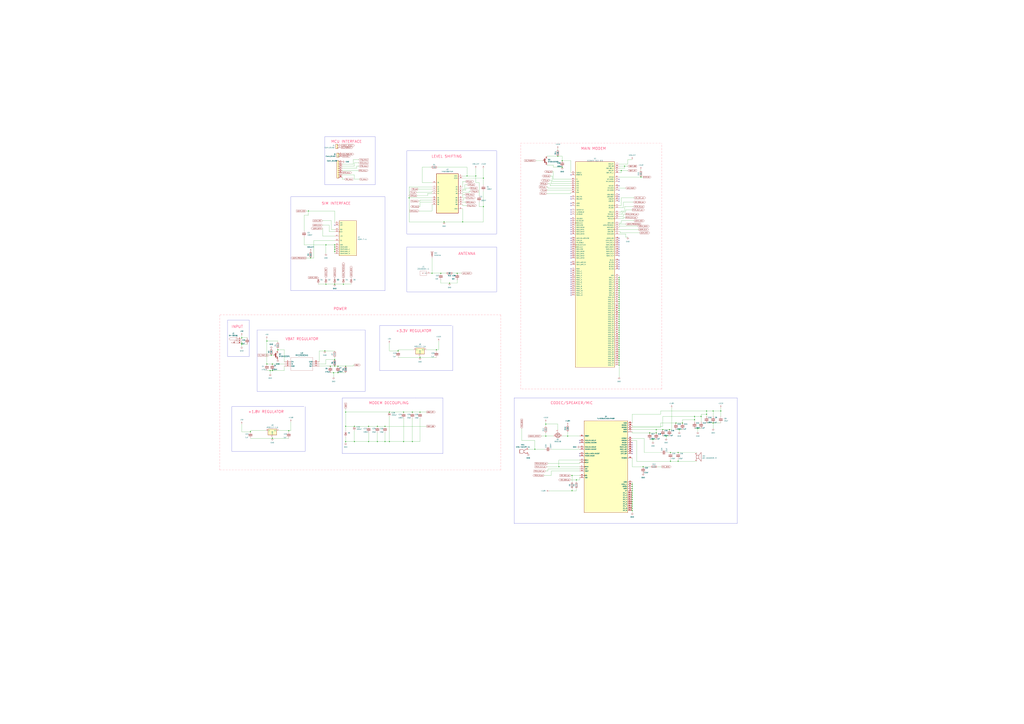
<source format=kicad_sch>
(kicad_sch (version 20231120) (generator "eeschema") (generator_version "8.0")
  (paper "A0")
  (junction (at 621.03 521.97))
  (junction (at 309.88 396.24))
  (junction (at 561.34 240.03))
  (junction (at 718.82 411.48))
  (junction (at 734.06 588.01))
  (junction (at 718.82 337.82))
  (junction (at 718.82 368.3))
  (junction (at 659.13 506.73))
  (junction (at 806.45 487.68))
  (junction (at 377.19 407.67))
  (junction (at 810.26 497.84))
  (junction (at 468.63 478.79))
  (junction (at 392.43 425.45))
  (junction (at 734.06 590.55))
  (junction (at 462.28 407.67))
  (junction (at 718.82 325.12))
  (junction (at 309.88 422.91))
  (junction (at 561.34 207.01))
  (junction (at 280.67 400.05))
  (junction (at 427.99 495.3))
  (junction (at 447.04 495.3))
  (junction (at 515.62 257.81))
  (junction (at 734.06 567.69))
  (junction (at 820.42 481.33))
  (junction (at 487.68 478.79))
  (junction (at 758.19 510.54))
  (junction (at 314.96 412.75))
  (junction (at 388.62 330.2))
  (junction (at 718.82 322.58))
  (junction (at 316.23 509.27))
  (junction (at 718.82 350.52))
  (junction (at 718.82 421.64))
  (junction (at 358.14 245.11))
  (junction (at 474.98 229.87))
  (junction (at 734.06 565.15))
  (junction (at 718.82 391.16))
  (junction (at 388.62 287.02))
  (junction (at 718.82 345.44))
  (junction (at 718.82 396.24))
  (junction (at 718.82 381))
  (junction (at 388.62 292.1))
  (junction (at 787.4 535.94))
  (junction (at 438.15 513.08))
  (junction (at 438.15 495.3))
  (junction (at 322.58 406.4))
  (junction (at 669.29 557.53))
  (junction (at 814.07 483.87))
  (junction (at 360.68 299.72))
  (junction (at 792.48 491.49))
  (junction (at 718.82 327.66))
  (junction (at 718.82 375.92))
  (junction (at 718.82 355.6))
  (junction (at 506.73 406.4))
  (junction (at 718.82 358.14))
  (junction (at 718.82 340.36))
  (junction (at 542.29 204.47))
  (junction (at 788.67 499.11))
  (junction (at 718.82 393.7))
  (junction (at 387.35 433.07))
  (junction (at 388.62 284.48))
  (junction (at 478.79 478.79))
  (junction (at 718.82 335.28))
  (junction (at 452.12 478.79))
  (junction (at 718.82 424.18))
  (junction (at 718.82 414.02))
  (junction (at 411.48 495.3))
  (junction (at 411.48 513.08))
  (junction (at 652.78 194.31))
  (junction (at 388.62 417.83))
  (junction (at 744.22 205.74))
  (junction (at 718.82 388.62))
  (junction (at 647.7 181.61))
  (junction (at 392.43 433.07))
  (junction (at 836.93 477.52))
  (junction (at 769.62 499.11))
  (junction (at 652.78 186.69))
  (junction (at 280.67 398.78))
  (junction (at 718.82 342.9))
  (junction (at 762 499.11))
  (junction (at 335.28 500.38))
  (junction (at 718.82 386.08))
  (junction (at 734.06 562.61))
  (junction (at 734.06 582.93))
  (junction (at 401.32 495.3))
  (junction (at 487.68 415.29))
  (junction (at 734.06 577.85))
  (junction (at 718.82 330.2))
  (junction (at 718.82 363.22))
  (junction (at 778.51 535.94))
  (junction (at 718.82 347.98))
  (junction (at 773.43 506.73))
  (junction (at 734.06 593.09))
  (junction (at 316.23 422.91))
  (junction (at 383.54 425.45))
  (junction (at 398.78 330.2))
  (junction (at 664.21 570.23))
  (junction (at 725.17 193.04))
  (junction (at 401.32 425.45))
  (junction (at 718.82 406.4))
  (junction (at 828.04 477.52))
  (junction (at 718.82 373.38))
  (junction (at 718.82 370.84))
  (junction (at 427.99 513.08))
  (junction (at 401.32 478.79))
  (junction (at 378.46 284.48))
  (junction (at 734.06 575.31))
  (junction (at 633.73 492.76))
  (junction (at 718.82 416.56))
  (junction (at 313.69 430.53))
  (junction (at 828.04 491.49))
  (junction (at 388.62 425.45))
  (junction (at 552.45 204.47))
  (junction (at 537.21 257.81))
  (junction (at 718.82 360.68))
  (junction (at 806.45 483.87))
  (junction (at 316.23 430.53))
  (junction (at 784.86 491.49))
  (junction (at 447.04 513.08))
  (junction (at 734.06 585.47))
  (junction (at 521.97 328.93))
  (junction (at 746.76 542.29))
  (junction (at 734.06 570.23))
  (junction (at 718.82 365.76))
  (junction (at 468.63 513.08))
  (junction (at 778.51 525.78))
  (junction (at 290.83 501.65))
  (junction (at 388.62 289.56))
  (junction (at 734.06 580.39))
  (junction (at 718.82 353.06))
  (junction (at 762 502.92))
  (junction (at 734.06 572.77))
  (junction (at 718.82 419.1))
  (junction (at 478.79 513.08))
  (junction (at 718.82 401.32))
  (junction (at 718.82 383.54))
  (junction (at 452.12 513.08))
  (junction (at 664.21 552.45))
  (junction (at 401.32 513.08))
  (junction (at 754.38 502.92))
  (junction (at 378.46 330.2))
  (junction (at 777.24 499.11))
  (junction (at 718.82 403.86))
  (junction (at 530.86 317.5))
  (junction (at 718.82 332.74))
  (junction (at 501.65 317.5))
  (junction (at 721.36 198.12))
  (junction (at 633.73 506.73))
  (junction (at 787.4 525.78))
  (junction (at 648.97 542.29))
  (junction (at 718.82 408.94))
  (junction (at 280.67 392.43))
  (junction (at 718.82 398.78))
  (junction (at 511.81 317.5))
  (junction (at 718.82 378.46))
  (junction (at 820.42 477.52))
  (no_connect (at 662.94 279.4))
  (no_connect (at 718.82 297.18))
  (no_connect (at 718.82 208.28))
  (no_connect (at 662.94 292.1))
  (no_connect (at 734.06 521.97))
  (no_connect (at 662.94 330.2))
  (no_connect (at 734.06 527.05))
  (no_connect (at 662.94 243.84))
  (no_connect (at 718.82 294.64))
  (no_connect (at 662.94 289.56))
  (no_connect (at 718.82 289.56))
  (no_connect (at 718.82 281.94))
  (no_connect (at 662.94 287.02))
  (no_connect (at 718.82 312.42))
  (no_connect (at 662.94 299.72))
  (no_connect (at 718.82 284.48))
  (no_connect (at 673.1 514.35))
  (no_connect (at 718.82 210.82))
  (no_connect (at 718.82 276.86))
  (no_connect (at 718.82 226.06))
  (no_connect (at 662.94 320.04))
  (no_connect (at 718.82 292.1))
  (no_connect (at 718.82 279.4))
  (no_connect (at 662.94 269.24))
  (no_connect (at 718.82 215.9))
  (no_connect (at 673.1 529.59))
  (no_connect (at 662.94 271.78))
  (no_connect (at 718.82 307.34))
  (no_connect (at 662.94 276.86))
  (no_connect (at 662.94 312.42))
  (no_connect (at 388.62 261.62))
  (no_connect (at 662.94 254))
  (no_connect (at 718.82 233.68))
  (no_connect (at 662.94 332.74))
  (no_connect (at 662.94 342.9))
  (no_connect (at 662.94 294.64))
  (no_connect (at 718.82 228.6))
  (no_connect (at 662.94 327.66))
  (no_connect (at 662.94 266.7))
  (no_connect (at 662.94 335.28))
  (no_connect (at 718.82 304.8))
  (no_connect (at 662.94 297.18))
  (no_connect (at 734.06 516.89))
  (no_connect (at 662.94 261.62))
  (no_connect (at 662.94 325.12))
  (no_connect (at 662.94 307.34))
  (no_connect (at 662.94 337.82))
  (no_connect (at 734.06 519.43))
  (no_connect (at 662.94 256.54))
  (no_connect (at 734.06 524.51))
  (no_connect (at 662.94 231.14))
  (no_connect (at 662.94 281.94))
  (no_connect (at 662.94 259.08))
  (no_connect (at 718.82 302.26))
  (no_connect (at 662.94 246.38))
  (no_connect (at 662.94 304.8))
  (no_connect (at 718.82 309.88))
  (no_connect (at 734.06 514.35))
  (no_connect (at 662.94 340.36))
  (no_connect (at 662.94 317.5))
  (no_connect (at 662.94 314.96))
  (no_connect (at 673.1 511.81))
  (no_connect (at 662.94 228.6))
  (no_connect (at 662.94 284.48))
  (no_connect (at 662.94 322.58))
  (no_connect (at 718.82 220.98))
  (no_connect (at 662.94 238.76))
  (no_connect (at 718.82 231.14))
  (no_connect (at 718.82 287.02))
  (no_connect (at 662.94 264.16))
  (no_connect (at 662.94 203.2))
  (no_connect (at 662.94 248.92))
  (no_connect (at 662.94 236.22))
  (no_connect (at 673.1 527.05))
  (wire (pts (xy 635 217.17) (xy 636.27 217.17)))
  (wire (pts (xy 718.82 241.3) (xy 723.9 241.3)))
  (wire (pts (xy 539.75 219.71) (xy 537.21 219.71)))
  (wire (pts (xy 280.67 392.43) (xy 280.67 393.7)))
  (wire (pts (xy 515.62 257.81) (xy 537.21 257.81)))
  (polyline (pts (xy 422.91 383.54) (xy 424.18 383.54)))
  (wire (pts (xy 388.62 415.29) (xy 388.62 417.83)))
  (wire (pts (xy 364.49 279.4) (xy 388.62 279.4)))
  (wire (pts (xy 720.09 269.24) (xy 718.82 269.24)))
  (polyline (pts (xy 397.51 462.28) (xy 482.6 462.28)))
  (wire (pts (xy 447.04 495.3) (xy 495.3 495.3)))
  (wire (pts (xy 511.81 317.5) (xy 518.16 317.5)))
  (wire (pts (xy 508 194.31) (xy 542.29 194.31)))
  (wire (pts (xy 721.36 256.54) (xy 736.6 256.54)))
  (wire (pts (xy 384.81 256.54) (xy 384.81 266.7)))
  (wire (pts (xy 640.08 209.55) (xy 640.08 213.36)))
  (wire (pts (xy 530.86 317.5) (xy 535.94 317.5)))
  (wire (pts (xy 335.28 500.38) (xy 335.28 501.65)))
  (polyline (pts (xy 289.56 372.11) (xy 264.16 372.11)))
  (wire (pts (xy 537.21 226.06) (xy 537.21 229.87)))
  (wire (pts (xy 726.44 275.59) (xy 726.44 271.78)))
  (polyline (pts (xy 596.9 462.28) (xy 855.98 462.28)))
  (wire (pts (xy 648.97 534.67) (xy 648.97 542.29)))
  (wire (pts (xy 378.46 417.83) (xy 388.62 417.83)))
  (wire (pts (xy 718.82 332.74) (xy 718.82 335.28)))
  (wire (pts (xy 397.51 205.74) (xy 397.51 208.28)))
  (wire (pts (xy 718.82 193.04) (xy 725.17 193.04)))
  (wire (pts (xy 669.29 557.53) (xy 673.1 557.53)))
  (polyline (pts (xy 419.1 383.54) (xy 298.45 383.54)))
  (wire (pts (xy 478.79 478.79) (xy 468.63 478.79)))
  (wire (pts (xy 788.67 499.11) (xy 788.67 501.65)))
  (wire (pts (xy 605.79 497.84) (xy 605.79 511.81)))
  (wire (pts (xy 669.29 570.23) (xy 669.29 567.69)))
  (wire (pts (xy 718.82 340.36) (xy 718.82 342.9)))
  (wire (pts (xy 370.84 422.91) (xy 378.46 422.91)))
  (wire (pts (xy 718.82 401.32) (xy 718.82 403.86)))
  (wire (pts (xy 337.82 490.22) (xy 337.82 500.38)))
  (wire (pts (xy 511.81 325.12) (xy 511.81 328.93)))
  (wire (pts (xy 537.21 257.81) (xy 561.34 257.81)))
  (wire (pts (xy 323.85 500.38) (xy 335.28 500.38)))
  (wire (pts (xy 640.08 521.97) (xy 673.1 521.97)))
  (wire (pts (xy 330.2 406.4) (xy 322.58 406.4)))
  (polyline (pts (xy 472.44 287.02) (xy 576.58 287.02)))
  (wire (pts (xy 309.88 396.24) (xy 322.58 396.24)))
  (wire (pts (xy 353.06 250.19) (xy 358.14 250.19)))
  (wire (pts (xy 718.82 248.92) (xy 722.63 248.92)))
  (wire (pts (xy 638.81 204.47) (xy 641.35 204.47)))
  (wire (pts (xy 358.14 250.19) (xy 358.14 245.11)))
  (wire (pts (xy 490.22 212.09) (xy 501.65 212.09)))
  (wire (pts (xy 718.82 205.74) (xy 744.22 205.74)))
  (wire (pts (xy 718.82 378.46) (xy 718.82 381)))
  (polyline (pts (xy 424.18 454.66) (xy 424.18 383.54)))
  (wire (pts (xy 718.82 424.18) (xy 718.82 438.15)))
  (wire (pts (xy 718.82 398.78) (xy 718.82 401.32)))
  (wire (pts (xy 541.02 218.44) (xy 544.83 218.44)))
  (wire (pts (xy 723.9 254) (xy 723.9 252.73)))
  (wire (pts (xy 411.48 495.3) (xy 427.99 495.3)))
  (wire (pts (xy 309.88 422.91) (xy 316.23 422.91)))
  (wire (pts (xy 632.46 521.97) (xy 621.03 521.97)))
  (wire (pts (xy 280.67 396.24) (xy 280.67 398.78)))
  (wire (pts (xy 720.09 270.51) (xy 720.09 269.24)))
  (wire (pts (xy 718.82 195.58) (xy 725.17 195.58)))
  (wire (pts (xy 486.41 245.11) (xy 501.65 245.11)))
  (wire (pts (xy 718.82 335.28) (xy 718.82 337.82)))
  (wire (pts (xy 637.54 570.23) (xy 664.21 570.23)))
  (wire (pts (xy 561.34 195.58) (xy 561.34 207.01)))
  (polyline (pts (xy 472.44 191.77) (xy 472.44 271.78)))
  (wire (pts (xy 377.19 407.67) (xy 388.62 407.67)))
  (wire (pts (xy 767.08 481.33) (xy 734.06 481.33)))
  (wire (pts (xy 322.58 396.24) (xy 322.58 397.51)))
  (wire (pts (xy 784.86 491.49) (xy 792.48 491.49)))
  (wire (pts (xy 635 191.77) (xy 642.62 191.77)))
  (wire (pts (xy 387.35 433.07) (xy 392.43 433.07)))
  (polyline (pts (xy 524.51 378.46) (xy 440.69 378.46)))
  (wire (pts (xy 383.54 425.45) (xy 370.84 425.45)))
  (wire (pts (xy 664.21 570.23) (xy 669.29 570.23)))
  (wire (pts (xy 378.46 284.48) (xy 378.46 294.64)))
  (wire (pts (xy 401.32 425.45) (xy 392.43 425.45)))
  (wire (pts (xy 718.82 403.86) (xy 718.82 406.4)))
  (wire (pts (xy 734.06 502.92) (xy 754.38 502.92)))
  (wire (pts (xy 487.68 240.03) (xy 487.68 234.95)))
  (wire (pts (xy 360.68 299.72) (xy 364.49 299.72)))
  (wire (pts (xy 787.4 535.94) (xy 808.99 535.94)))
  (wire (pts (xy 410.21 424.18) (xy 410.21 425.45)))
  (wire (pts (xy 474.98 257.81) (xy 515.62 257.81)))
  (wire (pts (xy 726.44 271.78) (xy 718.82 271.78)))
  (wire (pts (xy 718.82 414.02) (xy 718.82 416.56)))
  (polyline (pts (xy 472.44 287.02) (xy 472.44 339.09)))
  (polyline (pts (xy 326.39 454.66) (xy 424.18 454.66)))
  (wire (pts (xy 387.35 433.07) (xy 387.35 438.15)))
  (wire (pts (xy 739.14 535.94) (xy 778.51 535.94)))
  (polyline (pts (xy 298.45 383.54) (xy 298.45 454.66)))
  (wire (pts (xy 280.67 392.43) (xy 287.02 392.43)))
  (wire (pts (xy 767.08 477.52) (xy 767.08 481.33)))
  (wire (pts (xy 820.42 491.49) (xy 828.04 491.49)))
  (wire (pts (xy 784.86 499.11) (xy 788.67 499.11)))
  (polyline (pts (xy 576.58 175.26) (xy 472.44 175.26)))
  (wire (pts (xy 622.3 186.69) (xy 629.92 186.69)))
  (wire (pts (xy 487.68 234.95) (xy 501.65 234.95)))
  (wire (pts (xy 641.35 210.82) (xy 662.94 210.82)))
  (wire (pts (xy 539.75 226.06) (xy 537.21 226.06)))
  (wire (pts (xy 468.63 513.08) (xy 478.79 513.08)))
  (polyline (pts (xy 604.52 166.37) (xy 768.35 166.37)) (stroke (width 0) (type dash_dot_dot) (color 255 38 65 1)))
  (wire (pts (xy 721.36 246.38) (xy 721.36 245.11)))
  (wire (pts (xy 662.94 552.45) (xy 664.21 552.45)))
  (wire (pts (xy 721.36 259.08) (xy 721.36 256.54)))
  (polyline (pts (xy 354.33 524.51) (xy 354.33 472.44)))
  (wire (pts (xy 506.73 406.4) (xy 506.73 407.67)))
  (wire (pts (xy 828.04 477.52) (xy 836.93 477.52)))
  (wire (pts (xy 452.12 513.08) (xy 468.63 513.08)))
  (wire (pts (xy 501.65 317.5) (xy 511.81 317.5)))
  (wire (pts (xy 487.68 415.29) (xy 506.73 415.29)))
  (wire (pts (xy 779.78 473.71) (xy 779.78 499.11)))
  (wire (pts (xy 313.69 430.53) (xy 316.23 430.53)))
  (polyline (pts (xy 604.52 452.12) (xy 604.52 166.37)) (stroke (width 0) (type dash_dot_dot) (color 255 38 65 1)))
  (polyline (pts (xy 435.61 214.63) (xy 377.19 214.63)))
  (wire (pts (xy 447.04 513.08) (xy 447.04 502.92)))
  (wire (pts (xy 414.02 193.04) (xy 414.02 195.58)))
  (wire (pts (xy 810.26 497.84) (xy 810.26 501.65)))
  (wire (pts (xy 718.82 370.84) (xy 718.82 373.38)))
  (wire (pts (xy 397.51 198.12) (xy 416.56 198.12)))
  (wire (pts (xy 718.82 416.56) (xy 718.82 419.1)))
  (wire (pts (xy 806.45 487.68) (xy 806.45 490.22)))
  (wire (pts (xy 486.41 233.68) (xy 487.68 233.68)))
  (wire (pts (xy 718.82 266.7) (xy 741.68 266.7)))
  (wire (pts (xy 280.67 389.89) (xy 280.67 392.43)))
  (wire (pts (xy 353.06 275.59) (xy 353.06 284.48)))
  (wire (pts (xy 364.49 299.72) (xy 364.49 279.4)))
  (wire (pts (xy 673.1 538.48) (xy 673.1 537.21)))
  (wire (pts (xy 723.9 248.92) (xy 723.9 251.46)))
  (wire (pts (xy 828.04 483.87) (xy 828.04 477.52)))
  (wire (pts (xy 734.06 575.31) (xy 734.06 577.85)))
  (wire (pts (xy 728.98 185.42) (xy 728.98 190.5)))
  (wire (pts (xy 718.82 365.76) (xy 718.82 368.3)))
  (wire (pts (xy 486.41 240.03) (xy 487.68 240.03)))
  (wire (pts (xy 762 499.11) (xy 762 502.92)))
  (polyline (pts (xy 440.69 430.53) (xy 525.78 430.53)))
  (wire (pts (xy 485.14 219.71) (xy 501.65 219.71)))
  (wire (pts (xy 538.48 229.87) (xy 538.48 232.41)))
  (wire (pts (xy 490.22 194.31) (xy 490.22 212.09)))
  (wire (pts (xy 388.62 289.56) (xy 388.62 292.1)))
  (wire (pts (xy 718.82 325.12) (xy 718.82 327.66)))
  (wire (pts (xy 718.82 322.58) (xy 718.82 325.12)))
  (wire (pts (xy 388.62 292.1) (xy 388.62 294.64)))
  (wire (pts (xy 734.06 582.93) (xy 734.06 585.47)))
  (wire (pts (xy 734.06 495.3) (xy 769.62 495.3)))
  (wire (pts (xy 718.82 347.98) (xy 718.82 350.52)))
  (wire (pts (xy 636.27 538.48) (xy 673.1 538.48)))
  (wire (pts (xy 383.54 433.07) (xy 387.35 433.07)))
  (wire (pts (xy 721.36 198.12) (xy 728.98 198.12)))
  (wire (pts (xy 427.99 513.08) (xy 438.15 513.08)))
  (polyline (pts (xy 269.24 524.51) (xy 269.24 472.44)))
  (polyline (pts (xy 337.82 337.82) (xy 447.04 337.82)))
  (wire (pts (xy 537.21 210.82) (xy 541.02 210.82)))
  (wire (pts (xy 537.21 242.57) (xy 537.21 257.81)))
  (wire (pts (xy 633.73 547.37) (xy 636.27 547.37)))
  (wire (pts (xy 401.32 478.79) (xy 401.32 495.3)))
  (wire (pts (xy 734.06 481.33) (xy 734.06 491.49)))
  (wire (pts (xy 316.23 509.27) (xy 335.28 509.27)))
  (wire (pts (xy 718.82 383.54) (xy 718.82 386.08)))
  (wire (pts (xy 496.57 224.79) (xy 501.65 224.79)))
  (polyline (pts (xy 576.58 271.78) (xy 576.58 175.26)))
  (polyline (pts (xy 768.35 452.12) (xy 768.35 166.37)) (stroke (width 0) (type dash_dot_dot) (color 255 38 65 1)))
  (wire (pts (xy 353.06 267.97) (xy 353.06 250.19)))
  (polyline (pts (xy 264.16 374.65) (xy 264.16 414.02)))
  (wire (pts (xy 723.9 241.3) (xy 723.9 234.95)))
  (wire (pts (xy 718.82 254) (xy 723.9 254)))
  (polyline (pts (xy 472.44 271.78) (xy 576.58 271.78)))
  (wire (pts (xy 487.68 232.41) (xy 501.65 232.41)))
  (wire (pts (xy 718.82 396.24) (xy 718.82 398.78)))
  (wire (pts (xy 401.32 513.08) (xy 401.32 514.35)))
  (wire (pts (xy 474.98 217.17) (xy 474.98 229.87)))
  (wire (pts (xy 309.88 393.7) (xy 309.88 396.24)))
  (wire (pts (xy 487.68 478.79) (xy 495.3 478.79)))
  (wire (pts (xy 525.78 317.5) (xy 530.86 317.5)))
  (wire (pts (xy 501.65 223.52) (xy 501.65 222.25)))
  (wire (pts (xy 734.06 542.29) (xy 734.06 532.13)))
  (wire (pts (xy 767.08 491.49) (xy 767.08 496.57)))
  (wire (pts (xy 537.21 204.47) (xy 542.29 204.47)))
  (wire (pts (xy 836.93 483.87) (xy 836.93 477.52)))
  (wire (pts (xy 537.21 238.76) (xy 537.21 237.49)))
  (wire (pts (xy 806.45 483.87) (xy 814.07 483.87)))
  (wire (pts (xy 728.98 275.59) (xy 726.44 275.59)))
  (wire (pts (xy 544.83 222.25) (xy 546.1 222.25)))
  (polyline (pts (xy 377.19 158.75) (xy 377.19 214.63)))
  (wire (pts (xy 718.82 262.89) (xy 718.82 264.16)))
  (wire (pts (xy 718.82 327.66) (xy 718.82 330.2)))
  (wire (pts (xy 637.54 209.55) (xy 640.08 209.55)))
  (wire (pts (xy 718.82 406.4) (xy 718.82 408.94)))
  (wire (pts (xy 792.48 491.49) (xy 792.48 487.68)))
  (polyline (pts (xy 298.45 454.66) (xy 326.39 454.66)))
  (wire (pts (xy 763.27 542.29) (xy 768.35 542.29)))
  (wire (pts (xy 561.34 240.03) (xy 561.34 222.25)))
  (wire (pts (xy 640.08 552.45) (xy 640.08 547.37)))
  (wire (pts (xy 820.42 477.52) (xy 820.42 481.33)))
  (polyline (pts (xy 377.19 158.75) (xy 435.61 158.75)))
  (wire (pts (xy 316.23 430.53) (xy 330.2 430.53)))
  (wire (pts (xy 312.42 412.75) (xy 314.96 412.75)))
  (wire (pts (xy 638.81 213.36) (xy 638.81 215.9)))
  (wire (pts (xy 718.82 368.3) (xy 718.82 370.84)))
  (polyline (pts (xy 419.1 383.54) (xy 422.91 383.54)))
  (wire (pts (xy 635 224.79) (xy 662.94 224.79)))
  (wire (pts (xy 374.65 274.32) (xy 374.65 265.43)))
  (wire (pts (xy 787.4 525.78) (xy 808.99 525.78)))
  (wire (pts (xy 662.94 186.69) (xy 662.94 200.66)))
  (wire (pts (xy 718.82 381) (xy 718.82 383.54)))
  (wire (pts (xy 734.06 542.29) (xy 746.76 542.29)))
  (wire (pts (xy 720.09 270.51) (xy 742.95 270.51)))
  (wire (pts (xy 621.03 521.97) (xy 613.41 521.97)))
  (wire (pts (xy 378.46 422.91) (xy 378.46 417.83)))
  (wire (pts (xy 537.21 220.98) (xy 537.21 222.25)))
  (wire (pts (xy 718.82 246.38) (xy 721.36 246.38)))
  (wire (pts (xy 398.78 330.2) (xy 407.67 330.2)))
  (polyline (pts (xy 596.9 499.11) (xy 596.9 462.28)))
  (wire (pts (xy 539.75 214.63) (xy 539.75 219.71)))
  (polyline (pts (xy 525.78 430.53) (xy 525.78 378.46)))
  (wire (pts (xy 788.67 499.11) (xy 792.48 499.11)))
  (wire (pts (xy 388.62 425.45) (xy 383.54 425.45)))
  (wire (pts (xy 762 499.11) (xy 734.06 499.11)))
  (wire (pts (xy 313.69 434.34) (xy 313.69 430.53)))
  (wire (pts (xy 718.82 408.94) (xy 718.82 411.48)))
  (wire (pts (xy 411.48 203.2) (xy 397.51 203.2)))
  (wire (pts (xy 734.06 495.3) (xy 734.06 494.03)))
  (polyline (pts (xy 264.16 372.11) (xy 264.16 374.65)))
  (wire (pts (xy 734.06 572.77) (xy 734.06 575.31)))
  (wire (pts (xy 722.63 248.92) (xy 722.63 246.38)))
  (wire (pts (xy 633.73 506.73) (xy 642.62 506.73)))
  (polyline (pts (xy 353.06 472.44) (xy 269.24 472.44)))
  (wire (pts (xy 669.29 557.53) (xy 669.29 560.07)))
  (wire (pts (xy 767.08 496.57) (xy 734.06 496.57)))
  (wire (pts (xy 337.82 500.38) (xy 335.28 500.38)))
  (wire (pts (xy 769.62 483.87) (xy 806.45 483.87)))
  (wire (pts (xy 722.63 246.38) (xy 726.44 246.38)))
  (wire (pts (xy 673.1 534.67) (xy 648.97 534.67)))
  (polyline (pts (xy 768.35 452.12) (xy 604.52 452.12)) (stroke (width 0) (type dash_dot_dot) (color 255 38 65 1)))
  (wire (pts (xy 718.82 411.48) (xy 718.82 414.02)))
  (wire (pts (xy 734.06 511.81) (xy 739.14 511.81)))
  (wire (pts (xy 388.62 284.48) (xy 388.62 287.02)))
  (wire (pts (xy 487.68 478.79) (xy 478.79 478.79)))
  (wire (pts (xy 721.36 200.66) (xy 721.36 198.12)))
  (wire (pts (xy 642.62 194.31) (xy 652.78 194.31)))
  (wire (pts (xy 416.56 185.42) (xy 410.21 185.42)))
  (wire (pts (xy 814.07 490.22) (xy 814.07 483.87)))
  (wire (pts (xy 487.68 233.68) (xy 487.68 232.41)))
  (wire (pts (xy 355.6 245.11) (xy 358.14 245.11)))
  (wire (pts (xy 414.02 195.58) (xy 397.51 195.58)))
  (wire (pts (xy 353.06 284.48) (xy 378.46 284.48)))
  (wire (pts (xy 496.57 227.33) (xy 496.57 224.79)))
  (polyline (pts (xy 269.24 524.51) (xy 354.33 524.51)))
  (wire (pts (xy 820.42 481.33) (xy 820.42 483.87)))
  (polyline (pts (xy 435.61 158.75) (xy 435.61 214.63)))
  (wire (pts (xy 411.48 513.08) (xy 427.99 513.08)))
  (wire (pts (xy 718.82 360.68) (xy 718.82 363.22)))
  (wire (pts (xy 647.7 492.76) (xy 633.73 492.76)))
  (wire (pts (xy 664.21 570.23) (xy 664.21 567.69)))
  (wire (pts (xy 542.29 214.63) (xy 539.75 214.63)))
  (wire (pts (xy 636.27 217.17) (xy 636.27 218.44)))
  (wire (pts (xy 726.44 243.84) (xy 734.06 243.84)))
  (wire (pts (xy 633.73 492.76) (xy 633.73 495.3)))
  (wire (pts (xy 322.58 406.4) (xy 322.58 407.67)))
  (wire (pts (xy 480.06 406.4) (xy 462.28 406.4)))
  (wire (pts (xy 746.76 542.29) (xy 755.65 542.29)))
  (wire (pts (xy 478.79 513.08) (xy 487.68 513.08)))
  (wire (pts (xy 777.24 499.11) (xy 779.78 499.11)))
  (wire (pts (xy 483.87 227.33) (xy 496.57 227.33)))
  (wire (pts (xy 280.67 400.05) (xy 287.02 400.05)))
  (wire (pts (xy 542.29 194.31) (xy 542.29 204.47)))
  (wire (pts (xy 734.06 580.39) (xy 734.06 582.93)))
  (wire (pts (xy 814.07 481.33) (xy 820.42 481.33)))
  (wire (pts (xy 778.51 535.94) (xy 787.4 535.94)))
  (wire (pts (xy 718.82 330.2) (xy 718.82 332.74)))
  (wire (pts (xy 718.82 391.16) (xy 718.82 393.7)))
  (wire (pts (xy 718.82 198.12) (xy 721.36 198.12)))
  (wire (pts (xy 438.15 513.08) (xy 447.04 513.08)))
  (wire (pts (xy 814.07 483.87) (xy 814.07 481.33)))
  (wire (pts (xy 561.34 257.81) (xy 561.34 240.03)))
  (wire (pts (xy 664.21 552.45) (xy 664.21 560.07)))
  (polyline (pts (xy 397.51 527.05) (xy 514.35 527.05)))
  (wire (pts (xy 734.06 577.85) (xy 734.06 580.39)))
  (wire (pts (xy 355.6 299.72) (xy 360.68 299.72)))
  (wire (pts (xy 369.57 330.2) (xy 378.46 330.2)))
  (wire (pts (xy 552.45 195.58) (xy 552.45 204.47)))
  (wire (pts (xy 280.67 492.76) (xy 280.67 501.65)))
  (wire (pts (xy 401.32 508) (xy 401.32 513.08)))
  (wire (pts (xy 635 220.98) (xy 662.94 220.98)))
  (wire (pts (xy 758.19 510.54) (xy 758.19 513.08)))
  (wire (pts (xy 718.82 421.64) (xy 718.82 424.18)))
  (wire (pts (xy 647.7 173.99) (xy 647.7 172.72)))
  (wire (pts (xy 718.82 375.92) (xy 718.82 378.46)))
  (wire (pts (xy 652.78 506.73) (xy 659.13 506.73)))
  (wire (pts (xy 511.81 328.93) (xy 521.97 328.93)))
  (wire (pts (xy 659.13 501.65) (xy 659.13 506.73)))
  (wire (pts (xy 767.08 491.49) (xy 784.86 491.49)))
  (wire (pts (xy 718.82 259.08) (xy 721.36 259.08)))
  (wire (pts (xy 401.32 513.08) (xy 411.48 513.08)))
  (wire (pts (xy 769.62 483.87) (xy 769.62 495.3)))
  (polyline (pts (xy 855.98 462.28) (xy 855.98 608.33)))
  (wire (pts (xy 474.98 217.17) (xy 501.65 217.17)))
  (wire (pts (xy 410.21 185.42) (xy 410.21 190.5)))
  (wire (pts (xy 718.82 238.76) (xy 721.36 238.76)))
  (wire (pts (xy 316.23 508) (xy 316.23 509.27)))
  (wire (pts (xy 734.06 588.01) (xy 734.06 590.55)))
  (wire (pts (xy 501.65 299.72) (xy 501.65 317.5)))
  (wire (pts (xy 537.21 210.82) (xy 537.21 217.17)))
  (wire (pts (xy 542.29 204.47) (xy 552.45 204.47)))
  (wire (pts (xy 810.26 497.84) (xy 814.07 497.84)))
  (wire (pts (xy 378.46 284.48) (xy 388.62 284.48)))
  (wire (pts (xy 487.68 513.08) (xy 487.68 486.41)))
  (wire (pts (xy 280.67 402.59) (xy 280.67 400.05)))
  (wire (pts (xy 662.94 557.53) (xy 669.29 557.53)))
  (wire (pts (xy 726.44 260.35) (xy 718.82 260.35)))
  (wire (pts (xy 388.62 330.2) (xy 398.78 330.2)))
  (wire (pts (xy 322.58 405.13) (xy 322.58 406.4)))
  (wire (pts (xy 718.82 260.35) (xy 718.82 261.62)))
  (wire (pts (xy 537.21 223.52) (xy 544.83 223.52)))
  (wire (pts (xy 718.82 320.04) (xy 718.82 322.58)))
  (wire (pts (xy 316.23 422.91) (xy 330.2 422.91)))
  (wire (pts (xy 723.9 252.73) (xy 726.44 252.73)))
  (wire (pts (xy 628.65 506.73) (xy 633.73 506.73)))
  (wire (pts (xy 806.45 483.87) (xy 806.45 487.68)))
  (wire (pts (xy 392.43 425.45) (xy 388.62 425.45)))
  (polyline (pts (xy 855.98 608.33) (xy 596.9 608.33)))
  (wire (pts (xy 452.12 407.67) (xy 462.28 407.67)))
  (polyline (pts (xy 581.66 546.1) (xy 581.66 365.76)) (stroke (width 0) (type dash_dot_dot) (color 255 38 65 1)))
  (wire (pts (xy 640.08 547.37) (xy 673.1 547.37)))
  (wire (pts (xy 744.22 205.74) (xy 746.76 205.74)))
  (wire (pts (xy 769.62 499.11) (xy 777.24 499.11)))
  (wire (pts (xy 718.82 363.22) (xy 718.82 365.76)))
  (wire (pts (xy 734.06 562.61) (xy 734.06 565.15)))
  (wire (pts (xy 410.21 424.18) (xy 411.48 424.18)))
  (wire (pts (xy 642.62 191.77) (xy 642.62 194.31)))
  (wire (pts (xy 552.45 204.47) (xy 552.45 212.09)))
  (wire (pts (xy 806.45 497.84) (xy 810.26 497.84)))
  (wire (pts (xy 509.27 396.24) (xy 509.27 406.4)))
  (wire (pts (xy 718.82 355.6) (xy 718.82 358.14)))
  (wire (pts (xy 725.17 195.58) (xy 725.17 193.04)))
  (wire (pts (xy 718.82 350.52) (xy 718.82 353.06)))
  (wire (pts (xy 309.88 430.53) (xy 313.69 430.53)))
  (wire (pts (xy 673.1 557.53) (xy 673.1 554.99)))
  (wire (pts (xy 483.87 223.52) (xy 501.65 223.52)))
  (wire (pts (xy 648.97 542.29) (xy 673.1 542.29)))
  (wire (pts (xy 290.83 500.38) (xy 290.83 501.65)))
  (wire (pts (xy 718.82 353.06) (xy 718.82 355.6)))
  (wire (pts (xy 358.14 245.11) (xy 388.62 245.11)))
  (wire (pts (xy 723.9 251.46) (xy 718.82 251.46)))
  (wire (pts (xy 370.84 420.37) (xy 370.84 407.67)))
  (wire (pts (xy 308.61 500.38) (xy 290.83 500.38)))
  (wire (pts (xy 664.21 552.45) (xy 673.1 552.45)))
  (polyline (pts (xy 289.56 414.02) (xy 289.56 372.11)))
  (wire (pts (xy 392.43 433.07) (xy 401.32 433.07)))
  (wire (pts (xy 633.73 490.22) (xy 633.73 492.76)))
  (wire (pts (xy 636.27 544.83) (xy 673.1 544.83)))
  (wire (pts (xy 734.06 593.09) (xy 734.06 595.63)))
  (wire (pts (xy 718.82 373.38) (xy 718.82 375.92)))
  (wire (pts (xy 401.32 478.79) (xy 452.12 478.79)))
  (wire (pts (xy 726.44 248.92) (xy 723.9 248.92)))
  (wire (pts (xy 647.7 499.11) (xy 647.7 492.76)))
  (wire (pts (xy 744.22 198.12) (xy 744.22 196.85)))
  (wire (pts (xy 537.21 234.95) (xy 541.02 234.95)))
  (wire (pts (xy 374.65 261.62) (xy 382.27 261.62)))
  (polyline (pts (xy 255.27 546.1) (xy 581.66 546.1)) (stroke (width 0) (type dash_dot_dot) (color 255 38 65 1)))
  (wire (pts (xy 718.82 342.9) (xy 718.82 345.44)))
  (wire (pts (xy 792.48 487.68) (xy 806.45 487.68)))
  (polyline (pts (xy 472.44 175.26) (xy 472.44 191.77)))
  (wire (pts (xy 468.63 486.41) (xy 468.63 513.08)))
  (polyline (pts (xy 514.35 527.05) (xy 514.35 462.28)))
  (polyline (pts (xy 447.04 228.6) (xy 337.82 228.6)))
  (wire (pts (xy 411.48 500.38) (xy 411.48 513.08)))
  (wire (pts (xy 462.28 415.29) (xy 487.68 415.29)))
  (wire (pts (xy 478.79 486.41) (xy 478.79 513.08)))
  (wire (pts (xy 718.82 388.62) (xy 718.82 391.16)))
  (wire (pts (xy 820.42 477.52) (xy 828.04 477.52)))
  (wire (pts (xy 828.04 491.49) (xy 836.93 491.49)))
  (wire (pts (xy 280.67 501.65) (xy 290.83 501.65)))
  (wire (pts (xy 754.38 502.92) (xy 762 502.92)))
  (wire (pts (xy 635 542.29) (xy 648.97 542.29)))
  (wire (pts (xy 427.99 495.3) (xy 438.15 495.3)))
  (wire (pts (xy 487.68 414.02) (xy 487.68 415.29)))
  (wire (pts (xy 490.22 194.31) (xy 500.38 194.31)))
  (wire (pts (xy 474.98 229.87) (xy 474.98 257.81)))
  (wire (pts (xy 787.4 525.78) (xy 778.51 525.78)))
  (wire (pts (xy 652.78 186.69) (xy 662.94 186.69)))
  (wire (pts (xy 718.82 345.44) (xy 718.82 347.98)))
  (wire (pts (xy 509.27 406.4) (xy 506.73 406.4)))
  (wire (pts (xy 725.17 240.03) (xy 735.33 240.03)))
  (wire (pts (xy 280.67 398.78) (xy 280.67 400.05)))
  (wire (pts (xy 718.82 200.66) (xy 721.36 200.66)))
  (wire (pts (xy 718.82 386.08) (xy 718.82 388.62)))
  (wire (pts (xy 718.82 419.1) (xy 718.82 421.64)))
  (wire (pts (xy 636.27 213.36) (xy 638.81 213.36)))
  (wire (pts (xy 447.04 513.08) (xy 452.12 513.08)))
  (polyline (pts (xy 255.27 546.1) (xy 255.27 365.76)) (stroke (width 0) (type dash_dot_dot) (color 255 38 65 1)))
  (wire (pts (xy 452.12 398.78) (xy 452.12 407.67)))
  (wire (pts (xy 411.48 189.23) (xy 411.48 193.04)))
  (wire (pts (xy 438.15 502.92) (xy 438.15 513.08)))
  (wire (pts (xy 552.45 212.09) (xy 556.26 212.09)))
  (wire (pts (xy 410.21 190.5) (xy 397.51 190.5)))
  (wire (pts (xy 541.02 220.98) (xy 541.02 218.44)))
  (wire (pts (xy 495.3 406.4) (xy 506.73 406.4)))
  (wire (pts (xy 721.36 245.11) (xy 725.17 245.11)))
  (polyline (pts (xy 337.82 228.6) (xy 337.82 237.49)))
  (wire (pts (xy 556.26 212.09) (xy 556.26 227.33)))
  (wire (pts (xy 388.62 266.7) (xy 384.81 266.7)))
  (wire (pts (xy 642.62 199.39) (xy 642.62 208.28)))
  (polyline (pts (xy 397.51 462.28) (xy 397.51 527.05)))
  (wire (pts (xy 556.26 234.95) (xy 556.26 240.03)))
  (polyline (pts (xy 472.44 339.09) (xy 576.58 339.09)))
  (wire (pts (xy 501.65 317.5) (xy 500.38 317.5)))
  (wire (pts (xy 537.21 220.98) (xy 541.02 220.98)))
  (wire (pts (xy 734.06 585.47) (xy 734.06 588.01)))
  (wire (pts (xy 309.88 396.24) (xy 309.88 422.91)))
  (wire (pts (xy 635 181.61) (xy 647.7 181.61)))
  (wire (pts (xy 767.08 525.78) (xy 748.03 525.78)))
  (wire (pts (xy 417.83 208.28) (xy 411.48 208.28)))
  (wire (pts (xy 378.46 330.2) (xy 388.62 330.2)))
  (wire (pts (xy 662.94 224.79) (xy 662.94 223.52)))
  (polyline (pts (xy 337.82 237.49) (xy 337.82 337.82)))
  (wire (pts (xy 633.73 506.73) (xy 633.73 502.92)))
  (polyline (pts (xy 514.35 462.28) (xy 482.6 462.28)))
  (wire (pts (xy 758.19 510.54) (xy 762 510.54)))
  (wire (pts (xy 388.62 245.11) (xy 388.62 259.08)))
  (wire (pts (xy 411.48 208.28) (xy 411.48 203.2)))
  (wire (pts (xy 438.15 495.3) (xy 447.04 495.3)))
  (wire (pts (xy 721.36 238.76) (xy 721.36 229.87)))
  (wire (pts (xy 787.4 533.4) (xy 787.4 535.94)))
  (wire (pts (xy 401.32 495.3) (xy 401.32 500.38)))
  (wire (pts (xy 734.06 560.07) (xy 734.06 562.61)))
  (wire (pts (xy 642.62 208.28) (xy 662.94 208.28)))
  (wire (pts (xy 636.27 218.44) (xy 662.94 218.44)))
  (wire (pts (xy 728.98 190.5) (xy 718.82 190.5)))
  (wire (pts (xy 474.98 229.87) (xy 501.65 229.87)))
  (wire (pts (xy 734.06 567.69) (xy 734.06 570.23)))
  (wire (pts (xy 828.04 491.49) (xy 828.04 497.84)))
  (wire (pts (xy 544.83 223.52) (xy 544.83 222.25)))
  (wire (pts (xy 773.43 506.73) (xy 773.43 509.27)))
  (wire (pts (xy 556.26 240.03) (xy 561.34 240.03)))
  (wire (pts (xy 726.44 243.84) (xy 726.44 246.38)))
  (wire (pts (xy 778.51 533.4) (xy 778.51 535.94)))
  (wire (pts (xy 718.82 393.7) (xy 718.82 396.24)))
  (wire (pts (xy 538.48 232.41) (xy 537.21 232.41)))
  (wire (pts (xy 718.82 337.82) (xy 718.82 340.36)))
  (wire (pts (xy 382.27 269.24) (xy 388.62 269.24)))
  (wire (pts (xy 621.03 511.81) (xy 621.03 521.97)))
  (wire (pts (xy 452.12 478.79) (xy 468.63 478.79)))
  (wire (pts (xy 462.28 406.4) (xy 462.28 407.67)))
  (wire (pts (xy 452.12 483.87) (xy 452.12 513.08)))
  (wire (pts (xy 530.86 328.93) (xy 530.86 325.12)))
  (wire (pts (xy 723.9 234.95) (xy 735.33 234.95)))
  (wire (pts (xy 725.17 193.04) (xy 728.98 193.04)))
  (wire (pts (xy 769.62 506.73) (xy 773.43 506.73)))
  (wire (pts (xy 725.17 245.11) (xy 725.17 240.03)))
  (wire (pts (xy 659.13 506.73) (xy 673.1 506.73)))
  (wire (pts (xy 397.51 208.28) (xy 400.05 208.28)))
  (wire (pts (xy 748.03 509.27) (xy 734.06 509.27)))
  (wire (pts (xy 631.19 552.45) (xy 640.08 552.45)))
  (wire (pts (xy 414.02 193.04) (xy 416.56 193.04)))
  (wire (pts (xy 401.32 495.3) (xy 411.48 495.3)))
  (wire (pts (xy 748.03 525.78) (xy 748.03 509.27)))
  (wire (pts (xy 767.08 477.52) (xy 820.42 477.52)))
  (wire (pts (xy 754.38 510.54) (xy 758.19 510.54)))
  (wire (pts (xy 542.29 238.76) (xy 537.21 238.76)))
  (wire (pts (xy 330.2 406.4) (xy 330.2 420.37)))
  (polyline (pts (xy 576.58 339.09) (xy 576.58 287.02)))
  (wire (pts (xy 638.81 215.9) (xy 662.94 215.9)))
  (wire (pts (xy 647.7 181.61) (xy 652.78 181.61)))
  (wire (pts (xy 762 499.11) (xy 769.62 499.11)))
  (wire (pts (xy 778.51 525.78) (xy 774.7 525.78)))
  (wire (pts (xy 314.96 412.75) (xy 317.5 412.75)))
  (polyline (pts (xy 581.66 365.76) (xy 255.27 365.76)) (stroke (width 0) (type dash_dot_dot) (color 255 38 65 1)))
  (wire (pts (xy 636.27 547.37) (xy 636.27 544.83)))
  (wire (pts (xy 388.62 287.02) (xy 388.62 289.56)))
  (polyline (pts (xy 440.69 430.53) (xy 440.69 378.46)))
  (wire (pts (xy 401.32 474.98) (xy 401.32 478.79)))
  (polyline (pts (xy 264.16 414.02) (xy 289.56 414.02)))
  (wire (pts (xy 734.06 570.23) (xy 734.06 572.77)))
  (wire (pts (xy 836.93 473.71) (xy 836.93 477.52)))
  (wire (pts (xy 382.27 261.62) (xy 382.27 269.24)))
  (wire (pts (xy 718.82 218.44) (xy 726.44 218.44)))
  (wire (pts (xy 734.06 565.15) (xy 734.06 567.69)))
  (wire (pts (xy 640.08 213.36) (xy 662.94 213.36)))
  (wire (pts (xy 734.06 502.92) (xy 734.06 501.65)))
  (wire (pts (xy 411.48 193.04) (xy 397.51 193.04)))
  (wire (pts (xy 410.21 425.45) (xy 401.32 425.45)))
  (wire (pts (xy 721.36 229.87) (xy 736.6 229.87)))
  (wire (pts (xy 773.43 506.73) (xy 777.24 506.73)))
  (wire (pts (xy 718.82 358.14) (xy 718.82 360.68)))
  (wire (pts (xy 521.97 328.93) (xy 530.86 328.93)))
  (wire (pts (xy 501.65 245.11) (xy 501.65 237.49)))
  (wire (pts (xy 416.56 189.23) (xy 411.48 189.23)))
  (wire (pts (xy 370.84 407.67) (xy 377.19 407.67)))
  (wire (pts (xy 734.06 590.55) (xy 734.06 593.09)))
  (wire (pts (xy 641.35 199.39) (xy 642.62 199.39)))
  (wire (pts (xy 641.35 204.47) (xy 641.35 210.82)))
  (polyline (pts (xy 596.9 608.33) (xy 596.9 499.11)))
  (wire (pts (xy 537.21 207.01) (xy 561.34 207.01)))
  (wire (pts (xy 740.41 262.89) (xy 718.82 262.89)))
  (wire (pts (xy 290.83 509.27) (xy 316.23 509.27)))
  (wire (pts (xy 330.2 430.53) (xy 330.2 425.45)))
  (wire (pts (xy 537.21 223.52) (xy 537.21 224.79)))
  (wire (pts (xy 427.99 502.92) (xy 427.99 513.08)))
  (polyline (pts (xy 447.04 337.82) (xy 447.04 228.6)))
  (wire (pts (xy 605.79 511.81) (xy 621.03 511.81)))
  (wire (pts (xy 561.34 207.01) (xy 561.34 214.63)))
  (wire (pts (xy 739.14 511.81) (xy 739.14 535.94)))
  (wire (pts (xy 388.62 274.32) (xy 374.65 274.32)))
  (wire (pts (xy 384.81 256.54) (xy 374.65 256.54)))
  (wire (pts (xy 652.78 181.61) (xy 652.78 186.69)))
  (wire (pts (xy 541.02 229.87) (xy 538.48 229.87)))
  (wire (pts (xy 734.06 185.42) (xy 728.98 185.42)))
  (text "MCU INTERFACE" (at 402.336 164.592 0) (effects (font (size 3 3) (thickness 0.254) (bold yes))))
  (text "CODEC/SPEAKER/MIC\n" (at 663.702 468.376 0) (effects (font (size 3 3) (thickness 0.254) (bold yes))))
  (text "MODEM DECOUPLING" (at 451.358 468.376 0) (effects (font (size 3 3) (thickness 0.254) (bold yes))))
  (text "LEVEL SHIFTING" (at 518.668 181.864 0) (effects (font (size 3 3) (thickness 0.254) (bold yes))))
  (text "SIM INTERFACE\n" (at 390.398 236.474 0) (effects (font (size 3 3) (thickness 0.254) (bold yes))))
  (text "MAIN MODEM" (at 689.102 172.72 0) (effects (font (size 3 3) (thickness 0.254) (bold yes))))
  (text "ANTENNA" (at 542.036 294.894 0) (effects (font (size 3 3) (thickness 0.254) (bold yes))))
  (text "+3.3V REGULATOR\n" (at 480.314 384.556 0) (effects (font (size 3 3) (thickness 0.254) (bold yes))))
  (text "+1.8V REGULATOR\n" (at 308.864 478.536 0) (effects (font (size 3 3) (thickness 0.254) (bold yes))))
  (text "VBAT REGULATOR\n" (at 350.52 393.954 0) (effects (font (size 3 3) (thickness 0.254) (bold yes))))
  (text "POWER" (at 394.97 358.902 0) (effects (font (size 3 3) (thickness 0.254) (bold yes))))
  (text "INPUT" (at 275.59 379.73 0) (effects (font (size 3 3) (thickness 0.254) (bold yes))))
  (global_label "PCM_OUT_ec" (shape input) (at 633.73 547.37 180) (property "Intersheetrefs" "${INTERSHEET_REFS}" (effects (hide yes))))
  (global_label "CTS_ec" (shape input) (at 542.29 214.63 0) (property "Intersheetrefs" "${INTERSHEET_REFS}" (effects (hide yes))))
  (global_label "RX_ec" (shape output) (at 485.14 219.71 180) (property "Intersheetrefs" "${INTERSHEET_REFS}" (effects (hide yes))))
  (global_label "STATUS" (shape output) (at 746.76 205.74 0) (property "Intersheetrefs" "${INTERSHEET_REFS}" (effects (hide yes))))
  (global_label "USIM_RST" (shape input) (at 374.65 256.54 180) (property "Intersheetrefs" "${INTERSHEET_REFS}" (effects (hide yes))))
  (global_label "I2C_SCL_ec" (shape input) (at 662.94 552.45 180) (property "Intersheetrefs" "${INTERSHEET_REFS}" (effects (hide yes))))
  (global_label "TX_ec" (shape output) (at 635 220.98 180) (property "Intersheetrefs" "${INTERSHEET_REFS}" (effects (hide yes))))
  (global_label "EC_PWRKEY" (shape input) (at 622.3 186.69 180) (property "Intersheetrefs" "${INTERSHEET_REFS}" (effects (hide yes))))
  (global_label "USIM_PRESENCE" (shape output) (at 355.6 299.72 180) (property "Intersheetrefs" "${INTERSHEET_REFS}" (effects (hide yes))))
  (global_label "USIM_PRESENCE" (shape input) (at 726.44 260.35 0) (property "Intersheetrefs" "${INTERSHEET_REFS}" (effects (hide yes))))
  (global_label "CTS_ec" (shape output) (at 637.54 209.55 180) (property "Intersheetrefs" "${INTERSHEET_REFS}" (effects (hide yes))))
  (global_label "I2C_SCL_ec" (shape output) (at 736.6 229.87 0) (property "Intersheetrefs" "${INTERSHEET_REFS}" (effects (hide yes))))
  (global_label "PCM_CLK_ec" (shape output) (at 726.44 252.73 0) (property "Intersheetrefs" "${INTERSHEET_REFS}" (effects (hide yes))))
  (global_label "ant_main" (shape bidirectional) (at 726.44 218.44 0) (property "Intersheetrefs" "${INTERSHEET_REFS}" (effects (hide yes))))
  (global_label "USIM_VDD" (shape input) (at 369.57 322.58 180) (property "Intersheetrefs" "${INTERSHEET_REFS}" (effects (hide yes))))
  (global_label "USIM_VDD" (shape output) (at 736.6 256.54 0) (property "Intersheetrefs" "${INTERSHEET_REFS}" (effects (hide yes))))
  (global_label "ring_mcu" (shape input) (at 416.56 185.42 0) (property "Intersheetrefs" "${INTERSHEET_REFS}" (effects (hide yes))))
  (global_label "RTS_mcu" (shape output) (at 416.56 198.12 0) (property "Intersheetrefs" "${INTERSHEET_REFS}" (effects (hide yes))))
  (global_label "RX_mcu" (shape input) (at 400.05 208.28 0) (property "Intersheetrefs" "${INTERSHEET_REFS}" (effects (hide yes))))
  (global_label "CODEC_RESET" (shape output) (at 396.24 168.91 0) (property "Intersheetrefs" "${INTERSHEET_REFS}" (effects (hide yes))))
  (global_label "ring_ec" (shape input) (at 546.1 222.25 0) (property "Intersheetrefs" "${INTERSHEET_REFS}" (effects (hide yes))))
  (global_label "PCM_OUT_ec" (shape output) (at 734.06 243.84 0) (property "Intersheetrefs" "${INTERSHEET_REFS}" (effects (hide yes))))
  (global_label "PCM_IN_ec" (shape output) (at 631.19 552.45 180) (property "Intersheetrefs" "${INTERSHEET_REFS}" (effects (hide yes))))
  (global_label "USIM_VDD" (shape input) (at 355.6 245.11 180) (property "Intersheetrefs" "${INTERSHEET_REFS}" (effects (hide yes))))
  (global_label "I2C_SDA_ec" (shape bidirectional) (at 735.33 234.95 0) (property "Intersheetrefs" "${INTERSHEET_REFS}" (effects (hide yes))))
  (global_label "RTS_ec" (shape input) (at 636.27 213.36 180) (property "Intersheetrefs" "${INTERSHEET_REFS}" (effects (hide yes))))
  (global_label "TX_mcu" (shape input) (at 486.41 233.68 180) (property "Intersheetrefs" "${INTERSHEET_REFS}" (effects (hide yes))))
  (global_label "VBAT_BB" (shape input) (at 728.98 193.04 0) (property "Intersheetrefs" "${INTERSHEET_REFS}" (effects (hide yes))))
  (global_label "EC_PWRKEY" (shape output) (at 396.24 171.45 0) (property "Intersheetrefs" "${INTERSHEET_REFS}" (effects (hide yes))))
  (global_label "USIM_PRESENCE" (shape output) (at 398.78 322.58 90) (property "Intersheetrefs" "${INTERSHEET_REFS}" (effects (hide yes))))
  (global_label "VBAT" (shape output) (at 411.48 424.18 0) (property "Intersheetrefs" "${INTERSHEET_REFS}" (effects (hide yes))))
  (global_label "ant_main" (shape bidirectional) (at 535.94 317.5 0) (property "Intersheetrefs" "${INTERSHEET_REFS}" (effects (hide yes))))
  (global_label "USIM_RST" (shape input) (at 378.46 322.58 90) (property "Intersheetrefs" "${INTERSHEET_REFS}" (effects (hide yes))))
  (global_label "RTS_ec" (shape output) (at 541.02 210.82 0) (property "Intersheetrefs" "${INTERSHEET_REFS}" (effects (hide yes))))
  (global_label "DCD_ec" (shape output) (at 638.81 204.47 180) (property "Intersheetrefs" "${INTERSHEET_REFS}" (effects (hide yes))))
  (global_label "ring_mcu" (shape output) (at 542.29 238.76 0) (property "Intersheetrefs" "${INTERSHEET_REFS}" (effects (hide yes))))
  (global_label "RX_mcu" (shape output) (at 486.41 240.03 180) (property "Intersheetrefs" "${INTERSHEET_REFS}" (effects (hide yes))))
  (global_label "USIM_DATA" (shape bidirectional) (at 374.65 265.43 180) (property "Intersheetrefs" "${INTERSHEET_REFS}" (effects (hide yes))))
  (global_label "TX_mcu" (shape output) (at 417.83 208.28 0) (property "Intersheetrefs" "${INTERSHEET_REFS}" (effects (hide yes))))
  (global_label "EC_PWR_EN" (shape output) (at 397.51 179.07 0) (property "Intersheetrefs" "${INTERSHEET_REFS}" (effects (hide yes))))
  (global_label "MIC_BIAS" (shape output) (at 768.35 542.29 0) (property "Intersheetrefs" "${INTERSHEET_REFS}" (effects (hide yes))))
  (global_label "CODEC_RESET" (shape input) (at 628.65 506.73 180) (property "Intersheetrefs" "${INTERSHEET_REFS}" (effects (hide yes))))
  (global_label "VBAT_RF" (shape output) (at 495.3 478.79 0) (property "Intersheetrefs" "${INTERSHEET_REFS}" (effects (hide yes))))
  (global_label "PCM_CLK_ec" (shape input) (at 635 542.29 180) (property "Intersheetrefs" "${INTERSHEET_REFS}" (effects (hide yes))))
  (global_label "USIM_RST" (shape output) (at 742.95 270.51 0) (property "Intersheetrefs" "${INTERSHEET_REFS}" (effects (hide yes))))
  (global_label "PCM_SYNC_ec" (shape output) (at 726.44 248.92 0) (property "Intersheetrefs" "${INTERSHEET_REFS}" (effects (hide yes))))
  (global_label "DCD_ec" (shape input) (at 544.83 218.44 0) (property "Intersheetrefs" "${INTERSHEET_REFS}" (effects (hide yes))))
  (global_label "DTR_mcu" (shape input) (at 486.41 245.11 180) (property "Intersheetrefs" "${INTERSHEET_REFS}" (effects (hide yes))))
  (global_label "RTS_mcu" (shape input) (at 539.75 226.06 0) (property "Intersheetrefs" "${INTERSHEET_REFS}" (effects (hide yes))))
  (global_label "MIC_BIAS" (shape input) (at 605.79 497.84 90) (property "Intersheetrefs" "${INTERSHEET_REFS}" (effects (hide yes))))
  (global_label "TX_ec" (shape input) (at 483.87 223.52 180) (property "Intersheetrefs" "${INTERSHEET_REFS}" (effects (hide yes))))
  (global_label "CTS_mcu" (shape input) (at 416.56 193.04 0) (property "Intersheetrefs" "${INTERSHEET_REFS}" (effects (hide yes))))
  (global_label "DCD_mcu" (shape input) (at 416.56 189.23 0) (property "Intersheetrefs" "${INTERSHEET_REFS}" (effects (hide yes))))
  (global_label "DTR_mcu" (shape output) (at 397.51 200.66 0) (property "Intersheetrefs" "${INTERSHEET_REFS}" (effects (hide yes))))
  (global_label "VBAT_BB" (shape output) (at 495.3 495.3 0) (property "Intersheetrefs" "${INTERSHEET_REFS}" (effects (hide yes))))
  (global_label "USIM_CLK" (shape input) (at 374.65 261.62 180) (property "Intersheetrefs" "${INTERSHEET_REFS}" (effects (hide yes))))
  (global_label "USIM_CLK" (shape input) (at 388.62 322.58 90) (property "Intersheetrefs" "${INTERSHEET_REFS}" (effects (hide yes))))
  (global_label "DCD_mcu" (shape output) (at 541.02 234.95 0) (property "Intersheetrefs" "${INTERSHEET_REFS}" (effects (hide yes))))
  (global_label "RX_ec" (shape input) (at 635 224.79 180) (property "Intersheetrefs" "${INTERSHEET_REFS}" (effects (hide yes))))
  (global_label "PCM_IN_ec" (shape input) (at 735.33 240.03 0) (property "Intersheetrefs" "${INTERSHEET_REFS}" (effects (hide yes))))
  (global_label "USIM_DATA" (shape bidirectional) (at 407.67 322.58 90) (property "Intersheetrefs" "${INTERSHEET_REFS}" (effects (hide yes))))
  (global_label "ring_ec" (shape output) (at 641.35 199.39 180) (property "Intersheetrefs" "${INTERSHEET_REFS}" (effects (hide yes))))
  (global_label "USIM_CLK" (shape output) (at 741.68 266.7 0) (property "Intersheetrefs" "${INTERSHEET_REFS}" (effects (hide yes))))
  (global_label "VBAT_RF" (shape input) (at 728.98 198.12 0) (property "Intersheetrefs" "${INTERSHEET_REFS}" (effects (hide yes))))
  (global_label "EC_PWR_EN" (shape input) (at 312.42 412.75 180) (property "Intersheetrefs" "${INTERSHEET_REFS}" (effects (hide yes))))
  (global_label "USIM_DATA" (shape bidirectional) (at 740.41 262.89 0) (property "Intersheetrefs" "${INTERSHEET_REFS}" (effects (hide yes))))
  (global_label "STATUS" (shape output) (at 397.51 181.61 0) (property "Intersheetrefs" "${INTERSHEET_REFS}" (effects (hide yes))))
  (global_label "DTR_ec" (shape input) (at 635 217.17 180) (property "Intersheetrefs" "${INTERSHEET_REFS}" (effects (hide yes))))
  (global_label "DTR_ec" (shape output) (at 483.87 227.33 180) (property "Intersheetrefs" "${INTERSHEET_REFS}" (effects (hide yes))))
  (global_label "PCM_SYNC_ec" (shape input) (at 636.27 538.48 180) (property "Intersheetrefs" "${INTERSHEET_REFS}" (effects (hide yes))))
  (global_label "VBAT" (shape input) (at 401.32 474.98 90) (property "Intersheetrefs" "${INTERSHEET_REFS}" (effects (hide yes))))
  (global_label "CTS_mcu" (shape output) (at 541.02 229.87 0) (property "Intersheetrefs" "${INTERSHEET_REFS}" (effects (hide yes))))
  (global_label "I2C_SDA_ec" (shape bidirectional) (at 662.94 557.53 180) (property "Intersheetrefs" "${INTERSHEET_REFS}" (effects (hide yes))))
  (symbol (lib_id "power:GND") (at 773.43 509.27 0) (unit 1)
    (property "Reference" "#PWR023" (effects (hide yes)))
    (property "Value" "GND" (at 773.43 514.35 0))
    (property "Description" "Power symbol creates a global label with name \"GND\" , ground" (effects (hide yes)))
  )
  (symbol (lib_id "power:+3.3V") (at 647.7 172.72 0) (unit 1)
    (property "Reference" "#PWR041" (effects (hide yes)))
    (property "Value" "+3.3V" (at 647.7 167.64 0))
    (property "Description" "Power symbol creates a global label with name \"+3.3V\"" (effects (hide yes)))
  )
  (symbol (lib_id "Device:C") (at 487.68 482.6 0) (unit 1)
    (property "Reference" "C26" (at 481.838 481.584 0) (effects (justify left)))
    (property "Value" "10pf" (at 481.584 485.394 0) (effects (justify left)))
    (property "Footprint" "Capacitor_SMD:C_0805_2012Metric_Pad1.18x1.45mm_HandSolder" (effects (hide yes)))
    (property "Description" "Unpolarized capacitor" (effects (hide yes)))
  )
  (symbol (lib_id "power:GND") (at 487.68 415.29 0) (unit 1)
    (property "Reference" "#PWR027" (effects (hide yes)))
    (property "Value" "GND" (at 487.68 420.37 0))
    (property "Description" "Power symbol creates a global label with name \"GND\" , ground" (effects (hide yes)))
  )
  (symbol (lib_id "Device:C") (at 290.83 505.46 0) (unit 1)
    (property "Reference" "C21" (at 284.988 504.444 0) (effects (justify left)))
    (property "Value" "1uf" (at 284.734 508.254 0) (effects (justify left)))
    (property "Footprint" "Capacitor_SMD:C_0805_2012Metric_Pad1.18x1.45mm_HandSolder" (effects (hide yes)))
    (property "Description" "Unpolarized capacitor" (effects (hide yes)))
  )
  (symbol (lib_id "power:+3.3V") (at 280.67 492.76 0) (unit 1)
    (property "Reference" "#PWR028" (effects (hide yes)))
    (property "Value" "+5V" (at 280.67 487.68 0))
    (property "Description" "Power symbol creates a global label with name \"+3.3V\"" (effects (hide yes)))
  )
  (symbol (lib_id "Device:C") (at 792.48 495.3 0) (unit 1)
    (property "Reference" "C14" (at 794.258 492.76 0) (effects (justify left)))
    (property "Value" "1uf" (at 793.242 498.348 0) (effects (justify left)))
    (property "Footprint" "Capacitor_SMD:C_0402_1005Metric_Pad0.74x0.62mm_HandSolder" (effects (hide yes)))
    (property "Description" "Unpolarized capacitor" (effects (hide yes)))
  )
  (symbol (lib_id "Diode:PTVS12VZ1USK") (at 378.46 326.39 270) (unit 1)
    (property "Reference" "D2" (at 381 325.1199 90) (effects (justify left)))
    (property "Value" "PTVS12VZ1USK" (effects (hide yes)))
    (property "Footprint" "Diode_SMD:Nexperia_DSN1608-2_1.6x0.8mm" (effects (hide yes)))
    (property "Datasheet" "https://assets.nexperia.com/documents/data-sheet/PTVS12VZ1USK.pdf" (effects (hide yes)))
    (property "Description" "12V, 1900W TVS unidirectional diode, DSN1608-2" (effects (hide yes)))
  )
  (symbol (lib_id "symbols:TXS0108EPWR") (at 519.43 224.79 0) (unit 1)
    (property "Reference" "U2" (at 519.43 196.85 0))
    (property "Value" "TXS0108EPWR" (at 519.43 199.39 0))
    (property "Footprint" "footprints:uart_translator" (effects (hide yes)))
  )
  (symbol (lib_id "Diode:PTVS12VZ1USK") (at 401.32 504.19 270) (unit 1)
    (property "Reference" "D6" (at 403.86 502.9199 90) (effects (justify left)))
    (property "Value" "PTVS12VZ1USK" (effects (hide yes)))
    (property "Footprint" "Diode_SMD:Nexperia_DSN1608-2_1.6x0.8mm" (effects (hide yes)))
    (property "Datasheet" "https://assets.nexperia.com/documents/data-sheet/PTVS12VZ1USK.pdf" (effects (hide yes)))
    (property "Description" "12V, 1900W TVS unidirectional diode, DSN1608-2" (effects (hide yes)))
  )
  (symbol (lib_id "Device:C") (at 770.89 525.78 90) (unit 1)
    (property "Reference" "C34" (at 768.35 524.002 0) (effects (justify left)))
    (property "Value" "22uf" (at 773.938 525.018 0) (effects (justify left)))
    (property "Footprint" "Capacitor_SMD:C_0805_2012Metric_Pad1.18x1.45mm_HandSolder" (effects (hide yes)))
    (property "Description" "Unpolarized capacitor" (effects (hide yes)))
  )
  (symbol (lib_id "power:GND") (at 387.35 438.15 0) (unit 1)
    (property "Reference" "#PWR015" (effects (hide yes)))
    (property "Value" "GND" (at 387.35 443.23 0))
    (property "Description" "Power symbol creates a global label with name \"GND\" , ground" (effects (hide yes)))
  )
  (symbol (lib_id "Device:C") (at 287.02 396.24 0) (unit 1)
    (property "Reference" "C31" (at 281.178 395.224 0) (effects (justify left)))
    (property "Value" "1uf" (at 280.924 399.034 0) (effects (justify left)))
    (property "Footprint" "Capacitor_SMD:C_0805_2012Metric_Pad1.18x1.45mm_HandSolder" (effects (hide yes)))
    (property "Description" "Unpolarized capacitor" (effects (hide yes)))
  )
  (symbol (lib_id "Device:C") (at 746.76 546.1 0) (unit 1)
    (property "Reference" "C32" (at 748.538 543.56 0) (effects (justify left)))
    (property "Value" "2.2uf" (at 747.522 549.148 0) (effects (justify left)))
    (property "Footprint" "Capacitor_SMD:C_0805_2012Metric_Pad1.18x1.45mm_HandSolder" (effects (hide yes)))
    (property "Description" "Unpolarized capacitor" (effects (hide yes)))
  )
  (symbol (lib_id "Device:R") (at 759.46 542.29 90) (unit 1)
    (property "Reference" "R12" (at 759.46 539.496 90))
    (property "Value" "2.2k" (at 759.46 542.29 90))
    (property "Footprint" "Capacitor_SMD:C_0805_2012Metric_Pad1.18x1.45mm_HandSolder" (effects (hide yes)))
    (property "Description" "Resistor" (effects (hide yes)))
  )
  (symbol (lib_id "Diode:PTVS12VZ1USK") (at 398.78 326.39 270) (unit 1)
    (property "Reference" "D4" (at 401.32 325.1199 90) (effects (justify left)))
    (property "Value" "PTVS12VZ1USK" (effects (hide yes)))
    (property "Footprint" "Diode_SMD:Nexperia_DSN1608-2_1.6x0.8mm" (effects (hide yes)))
    (property "Datasheet" "https://assets.nexperia.com/documents/data-sheet/PTVS12VZ1USK.pdf" (effects (hide yes)))
    (property "Description" "12V, 1900W TVS unidirectional diode, DSN1608-2" (effects (hide yes)))
  )
  (symbol (lib_id "symbols:54-00166") (at 275.59 396.24 0) (unit 1)
    (property "Reference" "J3" (at 270.8303 387.35 0))
    (property "Value" "54-00166" (at 270.8303 389.89 0))
    (property "Footprint" "footprints:barrel jack" (effects (hide yes)))
    (property "PARTREV" "A" (effects (hide yes)))
    (property "STANDARD" "Manufacturer Recommendations" (effects (hide yes)))
    (property "SNAPEDA_PN" "54-00166" (effects (hide yes)))
    (property "MAXIMUM_PACKAGE_HEIGHT" "11.2mm" (effects (hide yes)))
    (property "MANUFACTURER" "TENSILITY" (effects (hide yes)))
  )
  (symbol (lib_id "power:+3.3V") (at 552.45 195.58 0) (unit 1)
    (property "Reference" "#PWR06" (effects (hide yes)))
    (property "Value" "VDD_EXT" (at 552.45 190.5 0))
    (property "Description" "Power symbol creates a global label with name \"+3.3V\"" (effects (hide yes)))
  )
  (symbol (lib_id "power:+3.3V") (at 309.88 393.7 0) (unit 1)
    (property "Reference" "#PWR013" (effects (hide yes)))
    (property "Value" "+5V" (at 309.88 388.62 0))
    (property "Description" "Power symbol creates a global label with name \"+3.3V\"" (effects (hide yes)))
  )
  (symbol (lib_id "power:GND") (at 613.41 527.05 0) (mirror y) (unit 1)
    (property "Reference" "#PWR035" (effects (hide yes)))
    (property "Value" "GND" (at 613.41 532.13 0))
    (property "Description" "Power symbol creates a global label with name \"GND\" , ground" (effects (hide yes)))
  )
  (symbol (lib_id "Device:C") (at 777.24 502.92 0) (unit 1)
    (property "Reference" "C16" (at 779.018 500.38 0) (effects (justify left)))
    (property "Value" "1uf" (at 778.002 505.968 0) (effects (justify left)))
    (property "Footprint" "Capacitor_SMD:C_0402_1005Metric_Pad0.74x0.62mm_HandSolder" (effects (hide yes)))
    (property "Description" "Unpolarized capacitor" (effects (hide yes)))
  )
  (symbol (lib_id "Device:C") (at 530.86 321.31 0) (unit 1)
    (property "Reference" "C38" (at 525.018 320.294 0) (effects (justify left)))
    (property "Value" "NM" (at 524.764 324.104 0) (effects (justify left)))
    (property "Footprint" "Capacitor_SMD:C_0805_2012Metric_Pad1.18x1.45mm_HandSolder" (effects (hide yes)))
    (property "Description" "Unpolarized capacitor" (effects (hide yes)))
  )
  (symbol (lib_id "Device:C") (at 468.63 482.6 0) (unit 1)
    (property "Reference" "C24" (at 462.788 481.584 0) (effects (justify left)))
    (property "Value" "100nf" (at 462.534 485.394 0) (effects (justify left)))
    (property "Footprint" "Capacitor_SMD:C_0805_2012Metric_Pad1.18x1.45mm_HandSolder" (effects (hide yes)))
    (property "Description" "Unpolarized capacitor" (effects (hide yes)))
  )
  (symbol (lib_id "power:+3.3V") (at 561.34 195.58 0) (unit 1)
    (property "Reference" "#PWR03" (effects (hide yes)))
    (property "Value" "+3.3V" (at 561.34 190.5 0))
    (property "Description" "Power symbol creates a global label with name \"+3.3V\"" (effects (hide yes)))
  )
  (symbol (lib_id "Device:C_Polarized_Small_US") (at 452.12 481.33 0) (unit 1)
    (property "Reference" "C28" (at 454.66 479.6281 0) (effects (justify left)))
    (property "Value" "100uf" (at 454.66 482.1681 0) (effects (justify left)))
    (property "Footprint" "Capacitor_SMD:C_0805_2012Metric_Pad1.18x1.45mm_HandSolder" (effects (hide yes)))
    (property "Description" "Polarized capacitor, small US symbol" (effects (hide yes)))
  )
  (symbol (lib_id "Device:C") (at 427.99 499.11 0) (unit 1)
    (property "Reference" "C27" (at 422.148 498.094 0) (effects (justify left)))
    (property "Value" "100nf" (at 421.894 501.904 0) (effects (justify left)))
    (property "Footprint" "Capacitor_SMD:C_0805_2012Metric_Pad1.18x1.45mm_HandSolder" (effects (hide yes)))
    (property "Description" "Unpolarized capacitor" (effects (hide yes)))
  )
  (symbol (lib_id "power:+3.3V") (at 633.73 490.22 0) (unit 1)
    (property "Reference" "#PWR034" (effects (hide yes)))
    (property "Value" "+3.3V" (at 633.73 485.14 0))
    (property "Description" "Power symbol creates a global label with name \"+3.3V\"" (effects (hide yes)))
  )
  (symbol (lib_id "Device:R") (at 504.19 194.31 90) (unit 1)
    (property "Reference" "R1" (at 504.19 191.516 90))
    (property "Value" "10k" (at 504.19 194.31 90))
    (property "Footprint" "Capacitor_SMD:C_0805_2012Metric_Pad1.18x1.45mm_HandSolder" (effects (hide yes)))
    (property "Description" "Resistor" (effects (hide yes)))
  )
  (symbol (lib_id "power:+3.3V") (at 360.68 292.1 0) (unit 1)
    (property "Reference" "#PWR08" (effects (hide yes)))
    (property "Value" "VDD_EXT" (at 360.68 287.02 0))
    (property "Description" "Power symbol creates a global label with name \"+3.3V\"" (effects (hide yes)))
  )
  (symbol (lib_id "Diode:PTVS12VZ1USK") (at 407.67 326.39 270) (unit 1)
    (property "Reference" "D5" (at 410.21 325.1199 90) (effects (justify left)))
    (property "Value" "PTVS12VZ1USK" (effects (hide yes)))
    (property "Footprint" "Diode_SMD:Nexperia_DSN1608-2_1.6x0.8mm" (effects (hide yes)))
    (property "Datasheet" "https://assets.nexperia.com/documents/data-sheet/PTVS12VZ1USK.pdf" (effects (hide yes)))
    (property "Description" "12V, 1900W TVS unidirectional diode, DSN1608-2" (effects (hide yes)))
  )
  (symbol (lib_id "Regulator_Linear:AMS1117-1.5") (at 487.68 406.4 0) (unit 1)
    (property "Reference" "U6" (at 487.68 400.05 0))
    (property "Value" "AMS1117-1.5" (at 487.68 402.59 0))
    (property "Footprint" "Package_TO_SOT_SMD:SOT-223-3_TabPin2" (effects (hide yes)))
    (property "Datasheet" "http://www.advanced-monolithic.com/pdf/ds1117.pdf" (effects (hide yes)))
    (property "Description" "1A Low Dropout regulator, positive, 1.5V fixed output, SOT-223" (effects (hide yes)))
  )
  (symbol (lib_id "Diode:PTVS12VZ1USK") (at 369.57 326.39 270) (unit 1)
    (property "Reference" "D1" (at 372.11 325.1199 90) (effects (justify left)))
    (property "Value" "PTVS12VZ1USK" (effects (hide yes)))
    (property "Footprint" "Diode_SMD:Nexperia_DSN1608-2_1.6x0.8mm" (effects (hide yes)))
    (property "Datasheet" "https://assets.nexperia.com/documents/data-sheet/PTVS12VZ1USK.pdf" (effects (hide yes)))
    (property "Description" "12V, 1900W TVS unidirectional diode, DSN1608-2" (effects (hide yes)))
  )
  (symbol (lib_id "symbols:DTC043ZEBTL") (at 632.46 186.69 0) (unit 1)
    (property "Reference" "Q3" (at 636.27 185.4199 0) (effects (justify left)))
    (property "Value" "DTC043ZEBTL" (at 636.27 187.9599 0) (effects (justify left)))
    (property "Footprint" "footprints:SOTFL50P160X85-3N" (effects (hide yes)))
    (property "PARTREV" "002" (effects (hide yes)))
    (property "STANDARD" "IPC-7351B" (effects (hide yes)))
    (property "MAXIMUM_PACKAGE_HEIGHT" "0.85mm" (effects (hide yes)))
    (property "MANUFACTURER" "ROHM Semiconductor" (effects (hide yes)))
  )
  (symbol (lib_id "Regulator_Linear:AMS1117-1.5") (at 316.23 500.38 0) (unit 1)
    (property "Reference" "U5" (at 316.23 494.03 0))
    (property "Value" "AMS1117-1.5" (at 316.23 496.57 0))
    (property "Footprint" "Package_TO_SOT_SMD:SOT-223-3_TabPin2" (effects (hide yes)))
    (property "Datasheet" "http://www.advanced-monolithic.com/pdf/ds1117.pdf" (effects (hide yes)))
    (property "Description" "1A Low Dropout regulator, positive, 1.5V fixed output, SOT-223" (effects (hide yes)))
  )
  (symbol (lib_id "symbols:NSIM-7-A") (at 403.86 271.78 0) (unit 1)
    (property "Reference" "J2" (at 415.29 275.5899 0) (effects (justify left)))
    (property "Value" "NSIM-7-A" (at 415.29 278.1299 0) (effects (justify left)))
    (property "Footprint" "footprints:new_sim" (effects (hide yes)))
    (property "PARTREV" "1.0" (effects (hide yes)))
    (property "STANDARD" "Manufacturer Recommendations" (effects (hide yes)))
    (property "MAXIMUM_PACKAGE_HEIGHT" "1.57mm" (effects (hide yes)))
    (property "MANUFACTURER" "CUI Devices" (effects (hide yes)))
  )
  (symbol (lib_id "Device:C") (at 636.27 521.97 90) (unit 1)
    (property "Reference" "C33" (at 633.73 520.192 0) (effects (justify left)))
    (property "Value" "100nf" (at 639.318 521.208 0) (effects (justify left)))
    (property "Footprint" "Capacitor_SMD:C_0805_2012Metric_Pad1.18x1.45mm_HandSolder" (effects (hide yes)))
    (property "Description" "Unpolarized capacitor" (effects (hide yes)))
  )
  (symbol (lib_id "power:GND") (at 515.62 257.81 0) (unit 1)
    (property "Reference" "#PWR04" (effects (hide yes)))
    (property "Value" "GND" (at 515.62 262.89 0))
    (property "Description" "Power symbol creates a global label with name \"GND\" , ground" (effects (hide yes)))
  )
  (symbol (lib_id "Device:C") (at 506.73 411.48 0) (unit 1)
    (property "Reference" "C20" (at 500.888 410.464 0) (effects (justify left)))
    (property "Value" "1uf" (at 500.634 414.274 0) (effects (justify left)))
    (property "Footprint" "Capacitor_SMD:C_0805_2012Metric_Pad1.18x1.45mm_HandSolder" (effects (hide yes)))
    (property "Description" "Unpolarized capacitor" (effects (hide yes)))
  )
  (symbol (lib_id "power:GND") (at 673.1 519.43 270) (unit 1)
    (property "Reference" "#PWR036" (effects (hide yes)))
    (property "Value" "GND" (at 669.29 519.4299 90) (effects (justify right)))
    (property "Description" "Power symbol creates a global label with name \"GND\" , ground" (effects (hide yes)))
  )
  (symbol (lib_id "symbols:TLV320AIC3104IRHBR") (at 703.58 529.59 0) (unit 1)
    (property "Reference" "U4" (at 703.58 483.87 0))
    (property "Value" "TLV320AIC3104IRHBR" (at 703.58 486.41 0))
    (property "Footprint" "footprints:new_codec" (effects (hide yes)))
    (property "STANDARD" "IPC 7351B" (effects (hide yes)))
    (property "MANUFACTURER" "TEXAS INSTRUMENTS" (effects (hide yes)))
  )
  (symbol (lib_id "Device:R") (at 360.68 295.91 180) (unit 1)
    (property "Reference" "R3" (at 357.886 295.91 90))
    (property "Value" "51k" (at 360.68 295.91 90))
    (property "Footprint" "Capacitor_SMD:C_0805_2012Metric_Pad1.18x1.45mm_HandSolder" (effects (hide yes)))
    (property "Description" "Resistor" (effects (hide yes)))
  )
  (symbol (lib_id "power:+3.3V") (at 779.78 473.71 0) (unit 1)
    (property "Reference" "#PWR022" (effects (hide yes)))
    (property "Value" "+1.8V" (at 779.78 468.63 0))
    (property "Description" "Power symbol creates a global label with name \"+3.3V\"" (effects (hide yes)))
  )
  (symbol (lib_id "Device:C") (at 478.79 482.6 0) (unit 1)
    (property "Reference" "C25" (at 472.948 481.584 0) (effects (justify left)))
    (property "Value" "33pf" (at 472.694 485.394 0) (effects (justify left)))
    (property "Footprint" "Capacitor_SMD:C_0805_2012Metric_Pad1.18x1.45mm_HandSolder" (effects (hide yes)))
    (property "Description" "Unpolarized capacitor" (effects (hide yes)))
  )
  (symbol (lib_id "Device:R") (at 664.21 563.88 180) (unit 1)
    (property "Reference" "R8" (at 661.416 563.88 90))
    (property "Value" "4.7k" (at 664.21 563.88 90))
    (property "Footprint" "Capacitor_SMD:C_0805_2012Metric_Pad1.18x1.45mm_HandSolder" (effects (hide yes)))
    (property "Description" "Resistor" (effects (hide yes)))
  )
  (symbol (lib_id "power:+3.3V") (at 744.22 196.85 0) (unit 1)
    (property "Reference" "#PWR042" (effects (hide yes)))
    (property "Value" "+3.3V" (at 744.22 191.77 0))
    (property "Description" "Power symbol creates a global label with name \"+3.3V\"" (effects (hide yes)))
  )
  (symbol (lib_id "Device:C") (at 787.4 529.59 0) (unit 1)
    (property "Reference" "C36" (at 789.178 527.05 0) (effects (justify left)))
    (property "Value" "33pf" (at 788.162 532.638 0) (effects (justify left)))
    (property "Footprint" "Capacitor_SMD:C_0805_2012Metric_Pad1.18x1.45mm_HandSolder" (effects (hide yes)))
    (property "Description" "Unpolarized capacitor" (effects (hide yes)))
  )
  (symbol (lib_id "symbols:2016504-1") (at 500.38 317.5 180) (unit 1)
    (property "Reference" "J1" (at 491.49 309.88 0) (effects (font (size 1.524 1.524))))
    (property "Value" "2016504-1" (at 491.49 312.42 0) (effects (font (size 1.524 1.524))))
    (property "Footprint" "footprints:CONN1_2016504-1_TEC" (effects (hide yes)))
    (property "Datasheet" "2016504-1" (effects (hide yes)))
  )
  (symbol (lib_id "Device:C") (at 561.34 218.44 0) (unit 1)
    (property "Reference" "C1" (at 565.15 217.1699 0) (effects (justify left)))
    (property "Value" "100nf" (at 565.15 219.7099 0) (effects (justify left)))
    (property "Footprint" "Capacitor_SMD:C_0805_2012Metric_Pad1.18x1.45mm_HandSolder" (effects (hide yes)))
    (property "Description" "Unpolarized capacitor" (effects (hide yes)))
  )
  (symbol (lib_id "power:GND") (at 378.46 294.64 0) (unit 1)
    (property "Reference" "#PWR07" (effects (hide yes)))
    (property "Value" "GND" (at 378.46 299.72 0))
    (property "Description" "Power symbol creates a global label with name \"GND\" , ground" (effects (hide yes)))
  )
  (symbol (lib_id "power:GND") (at 788.67 501.65 0) (unit 1)
    (property "Reference" "#PWR019" (effects (hide yes)))
    (property "Value" "GND" (at 788.67 506.73 0))
    (property "Description" "Power symbol creates a global label with name \"GND\" , ground" (effects (hide yes)))
  )
  (symbol (lib_id "Device:C") (at 462.28 411.48 0) (unit 1)
    (property "Reference" "C19" (at 456.438 410.464 0) (effects (justify left)))
    (property "Value" "1uf" (at 456.184 414.274 0) (effects (justify left)))
    (property "Footprint" "Capacitor_SMD:C_0805_2012Metric_Pad1.18x1.45mm_HandSolder" (effects (hide yes)))
    (property "Description" "Unpolarized capacitor" (effects (hide yes)))
  )
  (symbol (lib_id "power:GND") (at 322.58 417.83 0) (unit 1)
    (property "Reference" "#PWR038" (effects (hide yes)))
    (property "Value" "GND" (at 322.58 422.91 0))
    (property "Description" "Power symbol creates a global label with name \"GND\" , ground" (effects (hide yes)))
  )
  (symbol (lib_id "power:GND") (at 758.19 513.08 0) (unit 1)
    (property "Reference" "#PWR024" (effects (hide yes)))
    (property "Value" "GND" (at 758.19 518.16 0))
    (property "Description" "Power symbol creates a global label with name \"GND\" , ground" (effects (hide yes)))
  )
  (symbol (lib_id "Device:Antenna") (at 501.65 294.64 0) (unit 1)
    (property "Reference" "AE1" (at 504.19 294.0049 0) (effects (justify left)))
    (property "Value" "Antenna" (at 504.19 296.5449 0) (effects (justify left)))
    (property "Description" "Antenna" (effects (hide yes)))
  )
  (symbol (lib_id "power:GND") (at 388.62 330.2 0) (unit 1)
    (property "Reference" "#PWR09" (effects (hide yes)))
    (property "Value" "GND" (at 388.62 335.28 0))
    (property "Description" "Power symbol creates a global label with name \"GND\" , ground" (effects (hide yes)))
  )
  (symbol (lib_id "power:+3.3V") (at 659.13 494.03 0) (unit 1)
    (property "Reference" "#PWR033" (effects (hide yes)))
    (property "Value" "+1.8V" (at 659.13 488.95 0))
    (property "Description" "Power symbol creates a global label with name \"+3.3V\"" (effects (hide yes)))
  )
  (symbol (lib_id "power:GND") (at 734.06 595.63 0) (unit 1)
    (property "Reference" "#PWR017" (effects (hide yes)))
    (property "Value" "GND" (at 734.06 600.71 0))
    (property "Description" "Power symbol creates a global label with name \"GND\" , ground" (effects (hide yes)))
  )
  (symbol (lib_id "power:+3.3V") (at 337.82 490.22 0) (unit 1)
    (property "Reference" "#PWR030" (effects (hide yes)))
    (property "Value" "+1.8V" (at 337.82 485.14 0))
    (property "Description" "Power symbol creates a global label with name \"+3.3V\"" (effects (hide yes)))
  )
  (symbol (lib_id "Device:R") (at 633.73 499.11 180) (unit 1)
    (property "Reference" "R11" (at 630.936 499.11 90))
    (property "Value" "10k" (at 633.73 499.11 90))
    (property "Footprint" "Capacitor_SMD:C_0402_1005Metric_Pad0.74x0.62mm_HandSolder" (effects (hide yes)))
    (property "Description" "Resistor" (effects (hide yes)))
  )
  (symbol (lib_id "power:GND") (at 401.32 514.35 0) (unit 1)
    (property "Reference" "#PWR031" (effects (hide yes)))
    (property "Value" "GND" (at 401.32 519.43 0))
    (property "Description" "Power symbol creates a global label with name \"GND\" , ground" (effects (hide yes)))
  )
  (symbol (lib_id "Device:C") (at 309.88 426.72 0) (unit 1)
    (property "Reference" "C4" (at 304.038 425.704 0) (effects (justify left)))
    (property "Value" "470uf" (at 303.784 429.514 0) (effects (justify left)))
    (property "Footprint" "Capacitor_SMD:C_0805_2012Metric_Pad1.18x1.45mm_HandSolder" (effects (hide yes)))
    (property "Description" "Unpolarized capacitor" (effects (hide yes)))
  )
  (symbol (lib_id "Device:C") (at 778.51 529.59 0) (unit 1)
    (property "Reference" "C35" (at 780.288 527.05 0) (effects (justify left)))
    (property "Value" "10pf" (at 779.272 532.638 0) (effects (justify left)))
    (property "Footprint" "Capacitor_SMD:C_0805_2012Metric_Pad1.18x1.45mm_HandSolder" (effects (hide yes)))
    (property "Description" "Unpolarized capacitor" (effects (hide yes)))
  )
  (symbol (lib_id "power:GND") (at 746.76 549.91 0) (unit 1)
    (property "Reference" "#PWR032" (effects (hide yes)))
    (property "Value" "GND" (at 746.76 554.99 0))
    (property "Description" "Power symbol creates a global label with name \"GND\" , ground" (effects (hide yes)))
  )
  (symbol (lib_id "Device:C") (at 335.28 505.46 0) (unit 1)
    (property "Reference" "C22" (at 329.438 504.444 0) (effects (justify left)))
    (property "Value" "1uf" (at 329.184 508.254 0) (effects (justify left)))
    (property "Footprint" "Capacitor_SMD:C_0805_2012Metric_Pad1.18x1.45mm_HandSolder" (effects (hide yes)))
    (property "Description" "Unpolarized capacitor" (effects (hide yes)))
  )
  (symbol (lib_id "symbols:EC25AFA-512-STD") (at 690.88 251.46 0) (unit 1)
    (property "Reference" "U1" (at 690.88 184.15 0))
    (property "Value" "EC25AFA-512-STD" (at 690.88 186.69 0))
    (property "Footprint" "footprints:modem" (effects (hide yes)))
    (property "MF" "Quectel" (effects (hide yes)))
    (property "Purchase-URL" "https://pricing.snapeda.com/search/part/EC25AFA-512-STD/?ref=eda" (effects (hide yes)))
    (property "Package" "Custom Quectel" (effects (hide yes)))
    (property "Price" "None" (effects (hide yes)))
    (property "MP" "EC25AFA-512-STD" (effects (hide yes)))
    (property "Availability" "In Stock" (effects (hide yes)))
    (property "Description_1" "Quectel EC25AFA-512-STD is a series of 4G - LTE Cat 4 module optimized specially for M2M and IoT applications." (effects (hide yes)))
  )
  (symbol (lib_id "power:GND") (at 313.69 434.34 0) (unit 1)
    (property "Reference" "#PWR014" (effects (hide yes)))
    (property "Value" "GND" (at 313.69 439.42 0))
    (property "Description" "Power symbol creates a global label with name \"GND\" , ground" (effects (hide yes)))
  )
  (symbol (lib_id "symbols:MIC29302WU") (at 330.2 420.37 0) (unit 1)
    (property "Reference" "U3" (at 350.52 410.21 0) (effects (font (size 1.524 1.524))))
    (property "Value" "MIC29302WU" (at 350.52 412.75 0) (effects (font (size 1.524 1.524))))
    (property "Footprint" "footprints:vreg" (effects (hide yes)))
    (property "Datasheet" "MIC29302WU" (effects (hide yes)))
  )
  (symbol (lib_id "Device:C") (at 316.23 426.72 0) (unit 1)
    (property "Reference" "C5" (at 317.754 424.942 0) (effects (justify left)))
    (property "Value" "100nf" (at 315.976 429.26 0) (effects (justify left)))
    (property "Footprint" "Capacitor_SMD:C_0805_2012Metric_Pad1.18x1.45mm_HandSolder" (effects (hide yes)))
    (property "Description" "Unpolarized capacitor" (effects (hide yes)))
  )
  (symbol (lib_id "Device:C") (at 754.38 506.73 0) (unit 1)
    (property "Reference" "C17" (at 756.158 504.19 0) (effects (justify left)))
    (property "Value" "100nf" (at 755.142 509.778 0) (effects (justify left)))
    (property "Footprint" "Capacitor_SMD:C_0402_1005Metric_Pad0.74x0.62mm_HandSolder" (effects (hide yes)))
    (property "Description" "Unpolarized capacitor" (effects (hide yes)))
  )
  (symbol (lib_id "Connector_Generic:Conn_01x08") (at 392.43 195.58 0) (mirror y) (unit 1)
    (property "Reference" "J7" (at 392.43 181.61 0))
    (property "Value" "Conn_01x08" (at 385.572 186.944 0))
    (property "Footprint" "Connector_PinHeader_2.54mm:PinHeader_1x08_P2.54mm_Vertical" (effects (hide yes)))
    (property "Description" "Generic connector, single row, 01x08, script generated (kicad-library-utils/schlib/autogen/connector/)" (effects (hide yes)))
  )
  (symbol (lib_id "Device:R") (at 521.97 317.5 270) (unit 1)
    (property "Reference" "R13" (at 521.97 320.294 90))
    (property "Value" "0R" (at 521.97 317.5 90))
    (property "Footprint" "Capacitor_SMD:C_0805_2012Metric_Pad1.18x1.45mm_HandSolder" (effects (hide yes)))
    (property "Description" "Resistor" (effects (hide yes)))
  )
  (symbol (lib_id "symbols:DTC043ZEBTL") (at 320.04 412.75 0) (unit 1)
    (property "Reference" "Q2" (at 323.85 411.4799 0) (effects (justify left)))
    (property "Value" "DTC043ZEBTL" (at 323.85 414.0199 0) (effects (justify left)))
    (property "Footprint" "footprints:SOTFL50P160X85-3N" (effects (hide yes)))
    (property "PARTREV" "002" (effects (hide yes)))
    (property "STANDARD" "IPC-7351B" (effects (hide yes)))
    (property "MAXIMUM_PACKAGE_HEIGHT" "0.85mm" (effects (hide yes)))
    (property "MANUFACTURER" "ROHM Semiconductor" (effects (hide yes)))
  )
  (symbol (lib_id "Device:R") (at 388.62 411.48 180) (unit 1)
    (property "Reference" "R7" (at 385.826 411.48 90))
    (property "Value" "47k" (at 388.62 411.48 90))
    (property "Footprint" "Capacitor_SMD:C_0805_2012Metric_Pad1.18x1.45mm_HandSolder" (effects (hide yes)))
    (property "Description" "Resistor" (effects (hide yes)))
  )
  (symbol (lib_id "power:GND") (at 652.78 194.31 0) (unit 1)
    (property "Reference" "#PWR040" (effects (hide yes)))
    (property "Value" "GND" (at 652.78 199.39 0))
    (property "Description" "Power symbol creates a global label with name \"GND\" , ground" (effects (hide yes)))
  )
  (symbol (lib_id "Device:C") (at 511.81 321.31 0) (unit 1)
    (property "Reference" "C37" (at 505.968 320.294 0) (effects (justify left)))
    (property "Value" "NM" (at 505.714 324.104 0) (effects (justify left)))
    (property "Footprint" "Capacitor_SMD:C_0805_2012Metric_Pad1.18x1.45mm_HandSolder" (effects (hide yes)))
    (property "Description" "Unpolarized capacitor" (effects (hide yes)))
  )
  (symbol (lib_id "Device:C_Polarized_Small_US") (at 411.48 497.84 0) (unit 1)
    (property "Reference" "C23" (at 414.02 496.1381 0) (effects (justify left)))
    (property "Value" "100uf" (at 414.02 498.6781 0) (effects (justify left)))
    (property "Footprint" "Capacitor_SMD:C_0805_2012Metric_Pad1.18x1.45mm_HandSolder" (effects (hide yes)))
    (property "Description" "Polarized capacitor, small US symbol" (effects (hide yes)))
  )
  (symbol (lib_id "Device:R") (at 314.96 408.94 180) (unit 1)
    (property "Reference" "R2" (at 312.166 408.94 90))
    (property "Value" "10k" (at 314.96 408.94 90))
    (property "Footprint" "Capacitor_SMD:C_0805_2012Metric_Pad1.18x1.45mm_HandSolder" (effects (hide yes)))
    (property "Description" "Resistor" (effects (hide yes)))
  )
  (symbol (lib_id "Device:C") (at 652.78 190.5 0) (unit 1)
    (property "Reference" "C39" (at 646.938 189.484 0) (effects (justify left)))
    (property "Value" "100nf" (at 646.684 193.294 0) (effects (justify left)))
    (property "Footprint" "Capacitor_SMD:C_0805_2012Metric_Pad1.18x1.45mm_HandSolder" (effects (hide yes)))
    (property "Description" "Unpolarized capacitor" (effects (hide yes)))
  )
  (symbol (lib_id "Device:C") (at 836.93 487.68 0) (unit 1)
    (property "Reference" "C8" (at 840.74 486.4099 0) (effects (justify left)))
    (property "Value" "10uf" (at 840.74 488.9499 0) (effects (justify left)))
    (property "Footprint" "Capacitor_SMD:C_0402_1005Metric_Pad0.74x0.62mm_HandSolder" (effects (hide yes)))
    (property "Description" "Unpolarized capacitor" (effects (hide yes)))
  )
  (symbol (lib_id "Diode:PTVS12VZ1USK") (at 388.62 326.39 270) (unit 1)
    (property "Reference" "D3" (at 391.16 325.1199 90) (effects (justify left)))
    (property "Value" "PTVS12VZ1USK" (effects (hide yes)))
    (property "Footprint" "Diode_SMD:Nexperia_DSN1608-2_1.6x0.8mm" (effects (hide yes)))
    (property "Datasheet" "https://assets.nexperia.com/documents/data-sheet/PTVS12VZ1USK.pdf" (effects (hide yes)))
    (property "Description" "12V, 1900W TVS unidirectional diode, DSN1608-2" (effects (hide yes)))
  )
  (symbol (lib_id "symbols:AST-01532MR-R") (at 811.53 530.86 0) (unit 1)
    (property "Reference" "LS1" (at 815.34 529.7342 0) (effects (justify left)))
    (property "Value" "AST-01532MR-R" (at 815.34 532.2742 0) (effects (justify left)))
    (property "Footprint" "footprints:SPKR_AST-01532MR-R" (effects (hide yes)))
    (property "PARTREV" "A" (effects (hide yes)))
    (property "STANDARD" "IPC-7351B" (effects (hide yes)))
    (property "MAXIMUM_PACKAGE_HEIGHT" "7.55 mm" (effects (hide yes)))
    (property "MANUFACTURER" "Pui Audio" (effects (hide yes)))
  )
  (symbol (lib_id "power:GND") (at 314.96 405.13 180) (unit 1)
    (property "Reference" "#PWR039" (effects (hide yes)))
    (property "Value" "GND" (at 314.96 400.05 0))
    (property "Description" "Power symbol creates a global label with name \"GND\" , ground" (effects (hide yes)))
  )
  (symbol (lib_id "power:GND") (at 521.97 328.93 0) (unit 1)
    (property "Reference" "#PWR037" (effects (hide yes)))
    (property "Value" "GND" (at 521.97 334.01 0))
    (property "Description" "Power symbol creates a global label with name \"GND\" , ground" (effects (hide yes)))
  )
  (symbol (lib_id "power:+3.3V") (at 836.93 473.71 0) (unit 1)
    (property "Reference" "#PWR018" (effects (hide yes)))
    (property "Value" "+3.3V" (at 836.93 468.63 0))
    (property "Description" "Power symbol creates a global label with name \"+3.3V\"" (effects (hide yes)))
  )
  (symbol (lib_id "power:GND") (at 316.23 509.27 0) (unit 1)
    (property "Reference" "#PWR029" (effects (hide yes)))
    (property "Value" "GND" (at 316.23 514.35 0))
    (property "Description" "Power symbol creates a global label with name \"GND\" , ground" (effects (hide yes)))
  )
  (symbol (lib_id "Device:C") (at 447.04 499.11 0) (unit 1)
    (property "Reference" "C30" (at 441.198 498.094 0) (effects (justify left)))
    (property "Value" "10pf" (at 440.944 501.904 0) (effects (justify left)))
    (property "Footprint" "Capacitor_SMD:C_0805_2012Metric_Pad1.18x1.45mm_HandSolder" (effects (hide yes)))
    (property "Description" "Unpolarized capacitor" (effects (hide yes)))
  )
  (symbol (lib_id "Device:R") (at 401.32 429.26 180) (unit 1)
    (property "Reference" "R5" (at 398.526 429.26 90))
    (property "Value" "330" (at 401.32 429.26 90))
    (property "Footprint" "Capacitor_SMD:C_0805_2012Metric_Pad1.18x1.45mm_HandSolder" (effects (hide yes)))
    (property "Description" "Resistor" (effects (hide yes)))
  )
  (symbol (lib_id "Device:R") (at 744.22 201.93 180) (unit 1)
    (property "Reference" "R15" (at 741.426 201.93 90))
    (property "Value" "10k" (at 744.22 201.93 90))
    (property "Footprint" "Capacitor_SMD:C_0805_2012Metric_Pad1.18x1.45mm_HandSolder" (effects (hide yes)))
    (property "Description" "Resistor" (effects (hide yes)))
  )
  (symbol (lib_id "power:+3.3V") (at 452.12 398.78 0) (unit 1)
    (property "Reference" "#PWR012" (effects (hide yes)))
    (property "Value" "+5V" (at 452.12 393.7 0))
    (property "Description" "Power symbol creates a global label with name \"+3.3V\"" (effects (hide yes)))
  )
  (symbol (lib_id "Device:C") (at 353.06 271.78 0) (unit 1)
    (property "Reference" "C3" (at 356.87 270.5099 0) (effects (justify left)))
    (property "Value" "100nf" (at 356.87 273.0499 0) (effects (justify left)))
    (property "Footprint" "Capacitor_SMD:C_0805_2012Metric_Pad1.18x1.45mm_HandSolder" (effects (hide yes)))
    (property "Description" "Unpolarized capacitor" (effects (hide yes)))
  )
  (symbol (lib_id "power:GND") (at 828.04 497.84 0) (unit 1)
    (property "Reference" "#PWR021" (effects (hide yes)))
    (property "Value" "GND" (at 828.04 502.92 0))
    (property "Description" "Power symbol creates a global label with name \"GND\" , ground" (effects (hide yes)))
  )
  (symbol (lib_id "power:GND") (at 397.51 187.96 90) (unit 1)
    (property "Reference" "#PWR043" (effects (hide yes)))
    (property "Value" "GND" (at 401.32 187.9599 90) (effects (justify right)))
    (property "Description" "Power symbol creates a global label with name \"GND\" , ground" (effects (hide yes)))
  )
  (symbol (lib_id "Device:R") (at 388.62 421.64 180) (unit 1)
    (property "Reference" "R6" (at 385.826 421.64 90))
    (property "Value" "100k" (at 388.62 421.64 90))
    (property "Footprint" "Capacitor_SMD:C_0805_2012Metric_Pad1.18x1.45mm_HandSolder" (effects (hide yes)))
    (property "Description" "Resistor" (effects (hide yes)))
  )
  (symbol (lib_id "Device:C") (at 820.42 487.68 0) (unit 1)
    (property "Reference" "C10" (at 822.198 485.14 0) (effects (justify left)))
    (property "Value" "100nf" (at 821.182 490.728 0) (effects (justify left)))
    (property "Footprint" "Capacitor_SMD:C_0402_1005Metric_Pad0.74x0.62mm_HandSolder" (effects (hide yes)))
    (property "Description" "Unpolarized capacitor" (effects (hide yes)))
  )
  (symbol (lib_id "power:GND") (at 718.82 438.15 0) (unit 1)
    (property "Reference" "#PWR01" (effects (hide yes)))
    (property "Value" "GND" (at 718.82 443.23 0))
    (property "Description" "Power symbol creates a global label with name \"GND\" , ground" (effects (hide yes)))
  )
  (symbol (lib_id "Transistor_FET:BSS138") (at 647.7 504.19 270) (unit 1)
    (property "Reference" "Q1" (at 647.7 510.54 90))
    (property "Value" "BSS138" (at 647.7 513.08 90))
    (property "Footprint" "Package_TO_SOT_SMD:SOT-23" (effects (hide yes)))
    (property "Datasheet" "https://www.onsemi.com/pub/Collateral/BSS138-D.PDF" (effects (hide yes)))
    (property "Description" "50V Vds, 0.22A Id, N-Channel MOSFET, SOT-23" (effects (hide yes)))
  )
  (symbol (lib_id "symbols:CMA-4544PF-W") (at 605.79 524.51 0) (unit 1)
    (property "Reference" "MK1" (at 607.06 516.89 0))
    (property "Value" "CMA-4544PF-W" (at 607.06 519.43 0))
    (property "Footprint" "footprints:MIC_CMA-4544PF-W" (effects (hide yes)))
    (property "MF" "CUI Inc." (effects (hide yes)))
    (property "DESCRIPTION" "9.7 mm, Omnidirectional, PCB Mount, 3.0 Vdc, Electret Condenser Microphone" (effects (hide yes)))
    (property "PACKAGE" "6-DIP-6 CUI" (effects (hide yes)))
    (property "PRICE" "None" (effects (hide yes)))
    (property "CUI_PURCHASE_URL" "https://www.cui.com/product/audio/microphones/electret-condenser-microphones/cma-4544pf-w?utm_source=snapeda.com&utm_medium=referral&utm_campaign=snapedaBOM" (effects (hide yes)))
    (property "MP" "CMA-4544PF-W" (effects (hide yes)))
    (property "AVAILABILITY" "Unavailable" (effects (hide yes)))
  )
  (symbol (lib_id "Device:C") (at 769.62 502.92 0) (unit 1)
    (property "Reference" "C15" (at 771.398 500.38 0) (effects (justify left)))
    (property "Value" "100nf" (at 770.382 505.968 0) (effects (justify left)))
    (property "Footprint" "Capacitor_SMD:C_0402_1005Metric_Pad0.74x0.62mm_HandSolder" (effects (hide yes)))
    (property "Description" "Unpolarized capacitor" (effects (hide yes)))
  )
  (symbol (lib_id "Device:R") (at 322.58 401.32 180) (unit 1)
    (property "Reference" "R4" (at 319.786 401.32 90))
    (property "Value" "51k" (at 322.58 401.32 90))
    (property "Footprint" "Capacitor_SMD:C_0805_2012Metric_Pad1.18x1.45mm_HandSolder" (effects (hide yes)))
    (property "Description" "Resistor" (effects (hide yes)))
  )
  (symbol (lib_id "power:+3.3V") (at 734.06 185.42 0) (unit 1)
    (property "Reference" "#PWR05" (effects (hide yes)))
    (property "Value" "VDD_EXT" (at 734.06 180.34 0))
    (property "Description" "Power symbol creates a global label with name \"+3.3V\"" (effects (hide yes)))
  )
  (symbol (lib_id "Connector_Generic:Conn_01x02") (at 392.43 179.07 0) (mirror y) (unit 1)
    (property "Reference" "J6" (at 389.89 179.0699 0) (effects (justify left)))
    (property "Value" "Conn_01x02" (at 389.89 181.6099 0) (effects (justify left)))
    (property "Footprint" "Connector_PinHeader_2.54mm:PinHeader_1x02_P2.54mm_Vertical" (effects (hide yes)))
    (property "Description" "Generic connector, single row, 01x02, script generated (kicad-library-utils/schlib/autogen/connector/)" (effects (hide yes)))
  )
  (symbol (lib_id "power:GND") (at 377.19 407.67 0) (unit 1)
    (property "Reference" "#PWR016" (effects (hide yes)))
    (property "Value" "GND" (at 377.19 412.75 0))
    (property "Description" "Power symbol creates a global label with name \"GND\" , ground" (effects (hide yes)))
  )
  (symbol (lib_id "power:GND") (at 810.26 501.65 0) (unit 1)
    (property "Reference" "#PWR020" (effects (hide yes)))
    (property "Value" "GND" (at 810.26 506.73 0))
    (property "Description" "Power symbol creates a global label with name \"GND\" , ground" (effects (hide yes)))
  )
  (symbol (lib_id "Device:C") (at 828.04 487.68 0) (unit 1)
    (property "Reference" "C9" (at 829.818 485.14 0) (effects (justify left)))
    (property "Value" "1uf" (at 828.802 490.728 0) (effects (justify left)))
    (property "Footprint" "Capacitor_SMD:C_0402_1005Metric_Pad0.74x0.62mm_HandSolder" (effects (hide yes)))
    (property "Description" "Unpolarized capacitor" (effects (hide yes)))
  )
  (symbol (lib_id "Device:C") (at 784.86 495.3 0) (unit 1)
    (property "Reference" "C13" (at 786.638 492.76 0) (effects (justify left)))
    (property "Value" "100nf" (at 785.622 498.348 0) (effects (justify left)))
    (property "Footprint" "Capacitor_SMD:C_0402_1005Metric_Pad0.74x0.62mm_HandSolder" (effects (hide yes)))
    (property "Description" "Unpolarized capacitor" (effects (hide yes)))
  )
  (symbol (lib_id "Device:C") (at 392.43 429.26 0) (unit 1)
    (property "Reference" "C7" (at 393.954 427.482 0) (effects (justify left)))
    (property "Value" "100nf" (at 392.176 431.8 0) (effects (justify left)))
    (property "Footprint" "Capacitor_SMD:C_0805_2012Metric_Pad1.18x1.45mm_HandSolder" (effects (hide yes)))
    (property "Description" "Unpolarized capacitor" (effects (hide yes)))
  )
  (symbol (lib_id "Device:R") (at 659.13 497.84 180) (unit 1)
    (property "Reference" "R10" (at 656.336 497.84 90))
    (property "Value" "10k" (at 659.13 497.84 90))
    (property "Footprint" "Capacitor_SMD:C_0402_1005Metric_Pad0.74x0.62mm_HandSolder" (effects (hide yes)))
    (property "Description" "Resistor" (effects (hide yes)))
  )
  (symbol (lib_id "power:GND") (at 280.67 402.59 0) (unit 1)
    (property "Reference" "#PWR011" (effects (hide yes)))
    (property "Value" "GND" (at 280.67 407.67 0))
    (property "Description" "Power symbol creates a global label with name \"GND\" , ground" (effects (hide yes)))
  )
  (symbol (lib_id "Device:R") (at 647.7 177.8 180) (unit 1)
    (property "Reference" "R14" (at 644.906 177.8 90))
    (property "Value" "10k" (at 647.7 177.8 90))
    (property "Footprint" "Capacitor_SMD:C_0805_2012Metric_Pad1.18x1.45mm_HandSolder" (effects (hide yes)))
    (property "Description" "Resistor" (effects (hide yes)))
  )
  (symbol (lib_id "power:+3.3V") (at 637.54 570.23 90) (unit 1)
    (property "Reference" "#PWR025" (effects (hide yes)))
    (property "Value" "+1.8V" (at 633.73 570.2299 90) (effects (justify left)))
    (property "Description" "Power symbol creates a global label with name \"+3.3V\"" (effects (hide yes)))
  )
  (symbol (lib_id "Device:R") (at 669.29 563.88 180) (unit 1)
    (property "Reference" "R9" (at 666.496 563.88 90))
    (property "Value" "4.7k" (at 669.29 563.88 90))
    (property "Footprint" "Capacitor_SMD:C_0805_2012Metric_Pad1.18x1.45mm_HandSolder" (effects (hide yes)))
    (property "Description" "Resistor" (effects (hide yes)))
  )
  (symbol (lib_id "power:+3.3V") (at 280.67 389.89 0) (unit 1)
    (property "Reference" "#PWR010" (effects (hide yes)))
    (property "Value" "+5V" (at 280.67 384.81 0))
    (property "Description" "Power symbol creates a global label with name \"+3.3V\"" (effects (hide yes)))
  )
  (symbol (lib_id "power:GND") (at 728.98 275.59 0) (unit 1)
    (property "Reference" "#PWR02" (effects (hide yes)))
    (property "Value" "GND" (at 728.98 280.67 0))
    (property "Description" "Power symbol creates a global label with name \"GND\" , ground" (effects (hide yes)))
  )
  (symbol (lib_id "Device:C") (at 806.45 494.03 0) (unit 1)
    (property "Reference" "C11" (at 808.228 491.49 0) (effects (justify left)))
    (property "Value" "100nf" (at 807.212 497.078 0) (effects (justify left)))
    (property "Footprint" "Capacitor_SMD:C_0402_1005Metric_Pad0.74x0.62mm_HandSolder" (effects (hide yes)))
    (property "Description" "Unpolarized capacitor" (effects (hide yes)))
  )
  (symbol (lib_id "Device:C") (at 814.07 494.03 0) (unit 1)
    (property "Reference" "C12" (at 815.848 491.49 0) (effects (justify left)))
    (property "Value" "1uf" (at 814.832 497.078 0) (effects (justify left)))
    (property "Footprint" "Capacitor_SMD:C_0402_1005Metric_Pad0.74x0.62mm_HandSolder" (effects (hide yes)))
    (property "Description" "Unpolarized capacitor" (effects (hide yes)))
  )
  (symbol (lib_id "Device:C") (at 383.54 429.26 0) (unit 1)
    (property "Reference" "C6" (at 377.698 428.244 0) (effects (justify left)))
    (property "Value" "470uf" (at 377.444 432.054 0) (effects (justify left)))
    (property "Footprint" "Capacitor_SMD:C_0805_2012Metric_Pad1.18x1.45mm_HandSolder" (effects (hide yes)))
    (property "Description" "Unpolarized capacitor" (effects (hide yes)))
  )
  (symbol (lib_id "power:+3.3V") (at 509.27 396.24 0) (unit 1)
    (property "Reference" "#PWR026" (effects (hide yes)))
    (property "Value" "+3.3V" (at 509.27 391.16 0))
    (property "Description" "Power symbol creates a global label with name \"+3.3V\"" (effects (hide yes)))
  )
  (symbol (lib_id "Device:C") (at 762 506.73 0) (unit 1)
    (property "Reference" "C18" (at 763.778 504.19 0) (effects (justify left)))
    (property "Value" "1uf" (at 762.762 509.778 0) (effects (justify left)))
    (property "Footprint" "Capacitor_SMD:C_0402_1005Metric_Pad0.74x0.62mm_HandSolder" (effects (hide yes)))
    (property "Description" "Unpolarized capacitor" (effects (hide yes)))
  )
  (symbol (lib_id "Connector_Generic:Conn_01x02") (at 391.16 168.91 0) (mirror y) (unit 1)
    (property "Reference" "J4" (at 388.62 168.9099 0) (effects (justify left)))
    (property "Value" "Conn_01x02" (at 388.62 171.4499 0) (effects (justify left)))
    (property "Footprint" "Connector_PinHeader_2.54mm:PinHeader_1x02_P2.54mm_Vertical" (effects (hide yes)))
    (property "Description" "Generic connector, single row, 01x02, script generated (kicad-library-utils/schlib/autogen/connector/)" (effects (hide yes)))
  )
  (symbol (lib_id "Device:C") (at 438.15 499.11 0) (unit 1)
    (property "Reference" "C29" (at 432.308 498.094 0) (effects (justify left)))
    (property "Value" "33pf" (at 432.054 501.904 0) (effects (justify left)))
    (property "Footprint" "Capacitor_SMD:C_0805_2012Metric_Pad1.18x1.45mm_HandSolder" (effects (hide yes)))
    (property "Description" "Unpolarized capacitor" (effects (hide yes)))
  )
  (symbol (lib_id "Device:C") (at 556.26 231.14 0) (unit 1)
    (property "Reference" "C2" (at 557.276 228.6 0) (effects (justify left)))
    (property "Value" "100nf" (at 558.546 232.918 0) (effects (justify left)))
    (property "Footprint" "Capacitor_SMD:C_0805_2012Metric_Pad1.18x1.45mm_HandSolder" (effects (hide yes)))
    (property "Description" "Unpolarized capacitor" (effects (hide yes)))
  )
)
</source>
